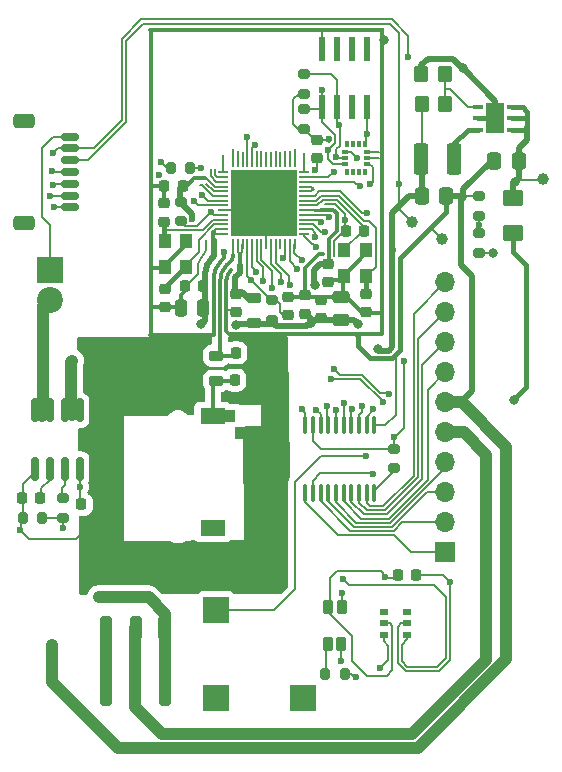
<source format=gbr>
%TF.GenerationSoftware,KiCad,Pcbnew,7.0.2*%
%TF.CreationDate,2023-05-17T08:24:27+02:00*%
%TF.ProjectId,Solar Cell offgrid Power,536f6c61-7220-4436-956c-6c206f666667,rev?*%
%TF.SameCoordinates,Original*%
%TF.FileFunction,Copper,L1,Top*%
%TF.FilePolarity,Positive*%
%FSLAX46Y46*%
G04 Gerber Fmt 4.6, Leading zero omitted, Abs format (unit mm)*
G04 Created by KiCad (PCBNEW 7.0.2) date 2023-05-17 08:24:27*
%MOMM*%
%LPD*%
G01*
G04 APERTURE LIST*
G04 Aperture macros list*
%AMRoundRect*
0 Rectangle with rounded corners*
0 $1 Rounding radius*
0 $2 $3 $4 $5 $6 $7 $8 $9 X,Y pos of 4 corners*
0 Add a 4 corners polygon primitive as box body*
4,1,4,$2,$3,$4,$5,$6,$7,$8,$9,$2,$3,0*
0 Add four circle primitives for the rounded corners*
1,1,$1+$1,$2,$3*
1,1,$1+$1,$4,$5*
1,1,$1+$1,$6,$7*
1,1,$1+$1,$8,$9*
0 Add four rect primitives between the rounded corners*
20,1,$1+$1,$2,$3,$4,$5,0*
20,1,$1+$1,$4,$5,$6,$7,0*
20,1,$1+$1,$6,$7,$8,$9,0*
20,1,$1+$1,$8,$9,$2,$3,0*%
G04 Aperture macros list end*
%TA.AperFunction,SMDPad,CuDef*%
%ADD10RoundRect,0.200000X-0.275000X0.200000X-0.275000X-0.200000X0.275000X-0.200000X0.275000X0.200000X0*%
%TD*%
%TA.AperFunction,SMDPad,CuDef*%
%ADD11C,1.000000*%
%TD*%
%TA.AperFunction,SMDPad,CuDef*%
%ADD12RoundRect,0.124800X0.275200X-0.475200X0.275200X0.475200X-0.275200X0.475200X-0.275200X-0.475200X0*%
%TD*%
%TA.AperFunction,SMDPad,CuDef*%
%ADD13RoundRect,0.250000X0.350000X0.450000X-0.350000X0.450000X-0.350000X-0.450000X0.350000X-0.450000X0*%
%TD*%
%TA.AperFunction,SMDPad,CuDef*%
%ADD14RoundRect,0.225000X0.225000X0.250000X-0.225000X0.250000X-0.225000X-0.250000X0.225000X-0.250000X0*%
%TD*%
%TA.AperFunction,SMDPad,CuDef*%
%ADD15RoundRect,0.250000X-0.250000X-0.475000X0.250000X-0.475000X0.250000X0.475000X-0.250000X0.475000X0*%
%TD*%
%TA.AperFunction,SMDPad,CuDef*%
%ADD16RoundRect,0.225000X-0.250000X0.225000X-0.250000X-0.225000X0.250000X-0.225000X0.250000X0.225000X0*%
%TD*%
%TA.AperFunction,SMDPad,CuDef*%
%ADD17RoundRect,0.150000X-0.625000X0.150000X-0.625000X-0.150000X0.625000X-0.150000X0.625000X0.150000X0*%
%TD*%
%TA.AperFunction,SMDPad,CuDef*%
%ADD18RoundRect,0.250000X-0.650000X0.350000X-0.650000X-0.350000X0.650000X-0.350000X0.650000X0.350000X0*%
%TD*%
%TA.AperFunction,SMDPad,CuDef*%
%ADD19RoundRect,0.218750X0.381250X-0.218750X0.381250X0.218750X-0.381250X0.218750X-0.381250X-0.218750X0*%
%TD*%
%TA.AperFunction,SMDPad,CuDef*%
%ADD20RoundRect,0.200000X0.275000X-0.200000X0.275000X0.200000X-0.275000X0.200000X-0.275000X-0.200000X0*%
%TD*%
%TA.AperFunction,SMDPad,CuDef*%
%ADD21R,1.000000X1.300000*%
%TD*%
%TA.AperFunction,SMDPad,CuDef*%
%ADD22RoundRect,0.225000X0.250000X-0.225000X0.250000X0.225000X-0.250000X0.225000X-0.250000X-0.225000X0*%
%TD*%
%TA.AperFunction,SMDPad,CuDef*%
%ADD23RoundRect,0.050000X0.050000X-0.387500X0.050000X0.387500X-0.050000X0.387500X-0.050000X-0.387500X0*%
%TD*%
%TA.AperFunction,SMDPad,CuDef*%
%ADD24RoundRect,0.050000X0.387500X-0.050000X0.387500X0.050000X-0.387500X0.050000X-0.387500X-0.050000X0*%
%TD*%
%TA.AperFunction,SMDPad,CuDef*%
%ADD25R,5.600000X5.600000*%
%TD*%
%TA.AperFunction,SMDPad,CuDef*%
%ADD26RoundRect,0.250000X0.475000X-0.250000X0.475000X0.250000X-0.475000X0.250000X-0.475000X-0.250000X0*%
%TD*%
%TA.AperFunction,SMDPad,CuDef*%
%ADD27RoundRect,0.225000X-0.225000X-0.250000X0.225000X-0.250000X0.225000X0.250000X-0.225000X0.250000X0*%
%TD*%
%TA.AperFunction,SMDPad,CuDef*%
%ADD28RoundRect,0.150000X-0.150000X0.825000X-0.150000X-0.825000X0.150000X-0.825000X0.150000X0.825000X0*%
%TD*%
%TA.AperFunction,SMDPad,CuDef*%
%ADD29RoundRect,0.200000X0.200000X0.275000X-0.200000X0.275000X-0.200000X-0.275000X0.200000X-0.275000X0*%
%TD*%
%TA.AperFunction,SMDPad,CuDef*%
%ADD30RoundRect,0.250000X-0.375000X-1.075000X0.375000X-1.075000X0.375000X1.075000X-0.375000X1.075000X0*%
%TD*%
%TA.AperFunction,SMDPad,CuDef*%
%ADD31RoundRect,0.250001X0.624999X-0.462499X0.624999X0.462499X-0.624999X0.462499X-0.624999X-0.462499X0*%
%TD*%
%TA.AperFunction,ComponentPad*%
%ADD32R,1.700000X1.700000*%
%TD*%
%TA.AperFunction,ComponentPad*%
%ADD33O,1.700000X1.700000*%
%TD*%
%TA.AperFunction,SMDPad,CuDef*%
%ADD34R,0.350000X0.580000*%
%TD*%
%TA.AperFunction,SMDPad,CuDef*%
%ADD35R,0.580000X0.350000*%
%TD*%
%TA.AperFunction,SMDPad,CuDef*%
%ADD36RoundRect,0.200000X-0.200000X-0.275000X0.200000X-0.275000X0.200000X0.275000X-0.200000X0.275000X0*%
%TD*%
%TA.AperFunction,ComponentPad*%
%ADD37R,2.200000X2.200000*%
%TD*%
%TA.AperFunction,ComponentPad*%
%ADD38C,2.200000*%
%TD*%
%TA.AperFunction,SMDPad,CuDef*%
%ADD39R,2.100000X1.400000*%
%TD*%
%TA.AperFunction,SMDPad,CuDef*%
%ADD40RoundRect,0.250000X0.337500X0.475000X-0.337500X0.475000X-0.337500X-0.475000X0.337500X-0.475000X0*%
%TD*%
%TA.AperFunction,SMDPad,CuDef*%
%ADD41R,2.195000X2.195000*%
%TD*%
%TA.AperFunction,SMDPad,CuDef*%
%ADD42RoundRect,0.100000X2.750000X0.100000X-2.750000X0.100000X-2.750000X-0.100000X2.750000X-0.100000X0*%
%TD*%
%TA.AperFunction,SMDPad,CuDef*%
%ADD43RoundRect,0.100000X6.400000X0.100000X-6.400000X0.100000X-6.400000X-0.100000X6.400000X-0.100000X0*%
%TD*%
%TA.AperFunction,SMDPad,CuDef*%
%ADD44RoundRect,0.102500X0.102500X-12.887500X0.102500X12.887500X-0.102500X12.887500X-0.102500X-12.887500X0*%
%TD*%
%TA.AperFunction,SMDPad,CuDef*%
%ADD45RoundRect,0.097500X0.097500X-12.887500X0.097500X12.887500X-0.097500X12.887500X-0.097500X-12.887500X0*%
%TD*%
%TA.AperFunction,SMDPad,CuDef*%
%ADD46RoundRect,0.102500X9.867500X0.102500X-9.867500X0.102500X-9.867500X-0.102500X9.867500X-0.102500X0*%
%TD*%
%TA.AperFunction,SMDPad,CuDef*%
%ADD47R,2.250000X1.100000*%
%TD*%
%TA.AperFunction,SMDPad,CuDef*%
%ADD48R,1.100000X1.050000*%
%TD*%
%TA.AperFunction,SMDPad,CuDef*%
%ADD49RoundRect,0.041300X-0.253700X0.948700X-0.253700X-0.948700X0.253700X-0.948700X0.253700X0.948700X0*%
%TD*%
%TA.AperFunction,SMDPad,CuDef*%
%ADD50R,0.840000X0.420000*%
%TD*%
%TA.AperFunction,SMDPad,CuDef*%
%ADD51R,1.600000X2.500000*%
%TD*%
%TA.AperFunction,SMDPad,CuDef*%
%ADD52RoundRect,0.250000X-0.250000X-0.750000X0.250000X-0.750000X0.250000X0.750000X-0.250000X0.750000X0*%
%TD*%
%TA.AperFunction,SMDPad,CuDef*%
%ADD53RoundRect,0.250000X-0.350000X-0.450000X0.350000X-0.450000X0.350000X0.450000X-0.350000X0.450000X0*%
%TD*%
%TA.AperFunction,SMDPad,CuDef*%
%ADD54RoundRect,0.250000X-0.337500X-0.475000X0.337500X-0.475000X0.337500X0.475000X-0.337500X0.475000X0*%
%TD*%
%TA.AperFunction,SMDPad,CuDef*%
%ADD55RoundRect,0.100000X0.100000X-0.637500X0.100000X0.637500X-0.100000X0.637500X-0.100000X-0.637500X0*%
%TD*%
%TA.AperFunction,SMDPad,CuDef*%
%ADD56RoundRect,0.037100X-0.317900X-0.227900X0.317900X-0.227900X0.317900X0.227900X-0.317900X0.227900X0*%
%TD*%
%TA.AperFunction,ViaPad*%
%ADD57C,0.600000*%
%TD*%
%TA.AperFunction,ViaPad*%
%ADD58C,0.800000*%
%TD*%
%TA.AperFunction,Conductor*%
%ADD59C,0.510000*%
%TD*%
%TA.AperFunction,Conductor*%
%ADD60C,0.150000*%
%TD*%
%TA.AperFunction,Conductor*%
%ADD61C,0.200000*%
%TD*%
%TA.AperFunction,Conductor*%
%ADD62C,0.300000*%
%TD*%
%TA.AperFunction,Conductor*%
%ADD63C,0.250000*%
%TD*%
%TA.AperFunction,Conductor*%
%ADD64C,0.500000*%
%TD*%
%TA.AperFunction,Conductor*%
%ADD65C,0.400000*%
%TD*%
%TA.AperFunction,Conductor*%
%ADD66C,1.000000*%
%TD*%
%TA.AperFunction,Conductor*%
%ADD67C,0.320000*%
%TD*%
G04 APERTURE END LIST*
D10*
%TO.P,ER3,1*%
%TO.N,3V3*%
X124050000Y-81495000D03*
%TO.P,ER3,2*%
%TO.N,ESP_GPIO0_BOOT-DTR*%
X124050000Y-83145000D03*
%TD*%
%TO.P,TXR1,1*%
%TO.N,3V3*%
X142070000Y-102395000D03*
%TO.P,TXR1,2*%
%TO.N,Net-(U3-OE)*%
X142070000Y-104045000D03*
%TD*%
D11*
%TO.P,TP1,1,1*%
%TO.N,3V3*%
X143610000Y-83210000D03*
%TD*%
D12*
%TO.P,LED1,1,GA*%
%TO.N,LED_G_IO04*%
X137610000Y-118940000D03*
%TO.P,LED1,2,BA*%
%TO.N,LED_B_IO05*%
X137620000Y-115760000D03*
%TO.P,LED1,3,RA*%
%TO.N,Net-(LED1-RA)*%
X136470000Y-118940000D03*
%TO.P,LED1,4,K*%
%TO.N,3V3*%
X136500000Y-115750000D03*
%TD*%
D13*
%TO.P,AR1,1*%
%TO.N,Net-(AU1-FB)*%
X146340000Y-70680000D03*
%TO.P,AR1,2*%
%TO.N,GND*%
X144340000Y-70680000D03*
%TD*%
D14*
%TO.P,EC12,1*%
%TO.N,Net-(ESP32S1-GPIO15{slash}ADC2_CH4{slash}XTAL_32K_P)*%
X139555000Y-83990000D03*
%TO.P,EC12,2*%
%TO.N,GND*%
X138005000Y-83990000D03*
%TD*%
D15*
%TO.P,EC2,1*%
%TO.N,GND*%
X124000000Y-90430000D03*
%TO.P,EC2,2*%
%TO.N,3V3*%
X125900000Y-90430000D03*
%TD*%
D16*
%TO.P,EC10,1*%
%TO.N,Net-(EC10-Pad1)*%
X128700000Y-89285000D03*
%TO.P,EC10,2*%
%TO.N,GND*%
X128700000Y-90835000D03*
%TD*%
%TO.P,EC14,1*%
%TO.N,Net-(ESP32S1-XTAL_P)*%
X122650000Y-88855000D03*
%TO.P,EC14,2*%
%TO.N,GND*%
X122650000Y-90405000D03*
%TD*%
D17*
%TO.P,J2,1,Pin_1*%
%TO.N,GND*%
X114610000Y-75960000D03*
%TO.P,J2,2,Pin_2*%
%TO.N,VIN*%
X114610000Y-76960000D03*
%TO.P,J2,3,Pin_3*%
%TO.N,3V3*%
X114610000Y-77960000D03*
%TO.P,J2,4,Pin_4*%
%TO.N,TXD0*%
X114610000Y-78960000D03*
%TO.P,J2,5,Pin_5*%
%TO.N,RXD0*%
X114610000Y-79960000D03*
%TO.P,J2,6,Pin_6*%
%TO.N,ESP_GPIO0_BOOT-DTR*%
X114610000Y-80960000D03*
%TO.P,J2,7,Pin_7*%
%TO.N,CHIP_EN*%
X114610000Y-81960000D03*
D18*
%TO.P,J2,MP*%
%TO.N,N/C*%
X110735000Y-74660000D03*
X110735000Y-83260000D03*
%TD*%
D19*
%TO.P,L1,1,1*%
%TO.N,3V3*%
X130190000Y-91752500D03*
%TO.P,L1,2,2*%
%TO.N,Net-(EC10-Pad1)*%
X130190000Y-89627500D03*
%TD*%
D11*
%TO.P,TP3,1,1*%
%TO.N,VIN*%
X154680000Y-79510000D03*
%TD*%
D20*
%TO.P,ER5,1*%
%TO.N,3V3*%
X134400000Y-75275000D03*
%TO.P,ER5,2*%
%TO.N,GPIO8_I2C_SDA*%
X134400000Y-73625000D03*
%TD*%
D21*
%TO.P,ECY1,1,1*%
%TO.N,Net-(ESP32S1-GPIO15{slash}ADC2_CH4{slash}XTAL_32K_P)*%
X137860000Y-85580000D03*
%TO.P,ECY1,2,2*%
%TO.N,GND*%
X137860000Y-87780000D03*
%TO.P,ECY1,3,3*%
%TO.N,Net-(ESP32S1-GPIO16{slash}ADC2_CH5{slash}XTAL_32K_N)*%
X139660000Y-87780000D03*
%TO.P,ECY1,4,4*%
%TO.N,GND*%
X139660000Y-85580000D03*
%TD*%
D16*
%TO.P,EC8,1*%
%TO.N,3V3*%
X136460000Y-86725000D03*
%TO.P,EC8,2*%
%TO.N,GND*%
X136460000Y-88275000D03*
%TD*%
D22*
%TO.P,EC17,1*%
%TO.N,Net-(ESP32S1-XTAL_N)*%
X122600000Y-83150000D03*
%TO.P,EC17,2*%
%TO.N,GND*%
X122600000Y-81600000D03*
%TD*%
D23*
%TO.P,ESP32S1,1,LNA_IN/RF*%
%TO.N,Net-(ESP32S1-LNA_IN{slash}RF)*%
X128440000Y-85027500D03*
%TO.P,ESP32S1,2,VDD3P3*%
%TO.N,Net-(EC10-Pad1)*%
X128840000Y-85027500D03*
%TO.P,ESP32S1,3,VDD3P3*%
X129240000Y-85027500D03*
%TO.P,ESP32S1,4,CHIP_PU/RESET*%
%TO.N,CHIP_EN*%
X129640000Y-85027500D03*
%TO.P,ESP32S1,5,GPIO0/BOOT*%
%TO.N,ESP_GPIO0_BOOT-DTR*%
X130040000Y-85027500D03*
%TO.P,ESP32S1,6,GPIO1/ADC1_CH0*%
%TO.N,ACS_HALL_IO01*%
X130440000Y-85027500D03*
%TO.P,ESP32S1,7,GPIO2/ADC1_CH1*%
%TO.N,LED_R_IO02*%
X130840000Y-85027500D03*
%TO.P,ESP32S1,8,GPIO3/ADC1_CH2*%
%TO.N,GND*%
X131240000Y-85027500D03*
%TO.P,ESP32S1,9,GPIO4/ADC1_CH3*%
%TO.N,LED_G_IO04*%
X131640000Y-85027500D03*
%TO.P,ESP32S1,10,GPIO5/ADC1_CH4*%
%TO.N,LED_B_IO05*%
X132040000Y-85027500D03*
%TO.P,ESP32S1,11,GPIO6/ADC1_CH5*%
%TO.N,unconnected-(ESP32S1-GPIO6{slash}ADC1_CH5-Pad11)*%
X132440000Y-85027500D03*
%TO.P,ESP32S1,12,GPIO7/ADC1_CH6*%
%TO.N,BAT_LEVEL_CH1_IO7*%
X132840000Y-85027500D03*
%TO.P,ESP32S1,13,GPIO8/ADC1_CH7*%
%TO.N,BAT_LEVEL_CH2_IO8*%
X133240000Y-85027500D03*
%TO.P,ESP32S1,14,GPIO9/ADC1_CH8*%
%TO.N,BAT_LEVEL_CH3_IO9*%
X133640000Y-85027500D03*
D24*
%TO.P,ESP32S1,15,GPIO10/ADC1_CH9*%
%TO.N,BAT_LEVEL_CH4_IO10*%
X134477500Y-84190000D03*
%TO.P,ESP32S1,16,GPIO11/ADC2_CH0*%
%TO.N,BAT_LEVEL_CH5_IO11*%
X134477500Y-83790000D03*
%TO.P,ESP32S1,17,GPIO12/ADC2_CH1*%
%TO.N,BAT_LEVEL_CH6_IO12*%
X134477500Y-83390000D03*
%TO.P,ESP32S1,18,GPIO13/ADC2_CH2*%
%TO.N,BAT_LEVEL_CH7_IO13*%
X134477500Y-82990000D03*
%TO.P,ESP32S1,19,GPIO14/ADC2_CH3*%
%TO.N,BAT_LEVEL_CH8_IO14*%
X134477500Y-82590000D03*
%TO.P,ESP32S1,20,VDD3P3_RTC*%
%TO.N,3V3*%
X134477500Y-82190000D03*
%TO.P,ESP32S1,21,GPIO15/ADC2_CH4/XTAL_32K_P*%
%TO.N,Net-(ESP32S1-GPIO15{slash}ADC2_CH4{slash}XTAL_32K_P)*%
X134477500Y-81790000D03*
%TO.P,ESP32S1,22,GPIO16/ADC2_CH5/XTAL_32K_N*%
%TO.N,Net-(ESP32S1-GPIO16{slash}ADC2_CH5{slash}XTAL_32K_N)*%
X134477500Y-81390000D03*
%TO.P,ESP32S1,23,GPIO17/ADC2_CH6/DAC_2*%
%TO.N,BUZZER_IO17*%
X134477500Y-80990000D03*
%TO.P,ESP32S1,24,GPIO18/ADC2_CH7/DAC_1*%
%TO.N,DAC_CALIBRATION*%
X134477500Y-80590000D03*
%TO.P,ESP32S1,25,GPIO19/USB_D-/ADC2_CH8*%
X134477500Y-80190000D03*
%TO.P,ESP32S1,26,GPIO20/USB_D+/ADC2_CH9*%
%TO.N,BAT_SENSE_IO21*%
X134477500Y-79790000D03*
%TO.P,ESP32S1,27,GPIO21*%
%TO.N,IMU_CS_IO21*%
X134477500Y-79390000D03*
%TO.P,ESP32S1,28,SPI_CS1/GPIO26*%
%TO.N,SPICS1*%
X134477500Y-78990000D03*
D23*
%TO.P,ESP32S1,29,VDD_SPI*%
%TO.N,VDD_SPI*%
X133640000Y-78152500D03*
%TO.P,ESP32S1,30,SPIHD/GPIO27*%
%TO.N,SPIHD*%
X133240000Y-78152500D03*
%TO.P,ESP32S1,31,SPIWP/GPIO28*%
%TO.N,SPIWP*%
X132840000Y-78152500D03*
%TO.P,ESP32S1,32,SPICS0/GPIO29*%
%TO.N,SPICS0*%
X132440000Y-78152500D03*
%TO.P,ESP32S1,33,SPICLK/GPIO30*%
%TO.N,SPICLK*%
X132040000Y-78152500D03*
%TO.P,ESP32S1,34,SPIQ/GPIO31*%
%TO.N,SPIQ*%
X131640000Y-78152500D03*
%TO.P,ESP32S1,35,SPID/GPIO32*%
%TO.N,SPID*%
X131240000Y-78152500D03*
%TO.P,ESP32S1,36,SPICLK_N/GPIO48*%
%TO.N,unconnected-(ESP32S1-SPICLK_N{slash}GPIO48-Pad36)*%
X130840000Y-78152500D03*
%TO.P,ESP32S1,37,SPICLK_P/GPIO47*%
%TO.N,unconnected-(ESP32S1-SPICLK_P{slash}GPIO47-Pad37)*%
X130440000Y-78152500D03*
%TO.P,ESP32S1,38,GPIO33*%
%TO.N,GPIO9_I2C_SCL*%
X130040000Y-78152500D03*
%TO.P,ESP32S1,39,GPIO34*%
%TO.N,GPIO8_I2C_SDA*%
X129640000Y-78152500D03*
%TO.P,ESP32S1,40,GPIO35*%
%TO.N,unconnected-(ESP32S1-GPIO35-Pad40)*%
X129240000Y-78152500D03*
%TO.P,ESP32S1,41,GPIO36*%
%TO.N,unconnected-(ESP32S1-GPIO36-Pad41)*%
X128840000Y-78152500D03*
%TO.P,ESP32S1,42,GPIO37*%
%TO.N,unconnected-(ESP32S1-GPIO37-Pad42)*%
X128440000Y-78152500D03*
D24*
%TO.P,ESP32S1,43,GPIO38*%
%TO.N,unconnected-(ESP32S1-GPIO38-Pad43)*%
X127602500Y-78990000D03*
%TO.P,ESP32S1,44,MTCK/JTAG/GPIO39*%
%TO.N,unconnected-(ESP32S1-MTCK{slash}JTAG{slash}GPIO39-Pad44)*%
X127602500Y-79390000D03*
%TO.P,ESP32S1,45,MTDO/JTAG/GPIO40*%
%TO.N,unconnected-(ESP32S1-MTDO{slash}JTAG{slash}GPIO40-Pad45)*%
X127602500Y-79790000D03*
%TO.P,ESP32S1,46,VDD3P3_CPU*%
%TO.N,3V3*%
X127602500Y-80190000D03*
%TO.P,ESP32S1,47,MTDI/JTAG/GPIO41*%
%TO.N,unconnected-(ESP32S1-MTDI{slash}JTAG{slash}GPIO41-Pad47)*%
X127602500Y-80590000D03*
%TO.P,ESP32S1,48,MTMS/JTAG/GPIO42*%
%TO.N,unconnected-(ESP32S1-MTMS{slash}JTAG{slash}GPIO42-Pad48)*%
X127602500Y-80990000D03*
%TO.P,ESP32S1,49,U0TXD/PROG/GPIO43*%
%TO.N,Net-(ESP32S1-U0TXD{slash}PROG{slash}GPIO43)*%
X127602500Y-81390000D03*
%TO.P,ESP32S1,50,U0RXD/PROG/GPIO44*%
%TO.N,RXD0*%
X127602500Y-81790000D03*
%TO.P,ESP32S1,51,GPIO45*%
%TO.N,GND*%
X127602500Y-82190000D03*
%TO.P,ESP32S1,52,GPIO46*%
%TO.N,ESP_GPIO0_BOOT-DTR*%
X127602500Y-82590000D03*
%TO.P,ESP32S1,53,XTAL_N*%
%TO.N,Net-(ESP32S1-XTAL_N)*%
X127602500Y-82990000D03*
%TO.P,ESP32S1,54,XTAL_P*%
%TO.N,Net-(ESP32S1-XTAL_P)*%
X127602500Y-83390000D03*
%TO.P,ESP32S1,55,VDDA*%
%TO.N,3V3*%
X127602500Y-83790000D03*
%TO.P,ESP32S1,56,VDDA*%
X127602500Y-84190000D03*
D25*
%TO.P,ESP32S1,57,GND*%
%TO.N,GND*%
X131040000Y-81590000D03*
%TD*%
D22*
%TO.P,EC7,1*%
%TO.N,3V3*%
X134530000Y-90945000D03*
%TO.P,EC7,2*%
%TO.N,GND*%
X134530000Y-89395000D03*
%TD*%
D26*
%TO.P,EC3,1*%
%TO.N,3V3*%
X137600000Y-91470000D03*
%TO.P,EC3,2*%
%TO.N,GND*%
X137600000Y-89570000D03*
%TD*%
D27*
%TO.P,EC19,1*%
%TO.N,GND*%
X110565000Y-106550000D03*
%TO.P,EC19,2*%
%TO.N,Net-(ACS1-FILTER)*%
X112115000Y-106550000D03*
%TD*%
D28*
%TO.P,ACS1,1,IP+*%
%TO.N,PWR_HOME*%
X115445000Y-99145000D03*
%TO.P,ACS1,2,IP+*%
X114175000Y-99145000D03*
%TO.P,ACS1,3,IP-*%
%TO.N,LINE_OUT*%
X112905000Y-99145000D03*
%TO.P,ACS1,4,IP-*%
X111635000Y-99145000D03*
%TO.P,ACS1,5,GND*%
%TO.N,GND*%
X111635000Y-104095000D03*
%TO.P,ACS1,6,FILTER*%
%TO.N,Net-(ACS1-FILTER)*%
X112905000Y-104095000D03*
%TO.P,ACS1,7,VIOUT*%
%TO.N,Net-(ACS1-VIOUT)*%
X114175000Y-104095000D03*
%TO.P,ACS1,8,VCC*%
%TO.N,VIN*%
X115445000Y-104095000D03*
%TD*%
D20*
%TO.P,ER1,1*%
%TO.N,3V3*%
X131690000Y-91475000D03*
%TO.P,ER1,2*%
%TO.N,CHIP_EN*%
X131690000Y-89825000D03*
%TD*%
D27*
%TO.P,EC6,1*%
%TO.N,Net-(J5-SIG)*%
X128595000Y-96570000D03*
%TO.P,EC6,2*%
%TO.N,GND*%
X130145000Y-96570000D03*
%TD*%
%TO.P,EC9,1*%
%TO.N,Net-(ESP32S1-LNA_IN{slash}RF)*%
X128685000Y-94280000D03*
%TO.P,EC9,2*%
%TO.N,GND*%
X130235000Y-94280000D03*
%TD*%
D11*
%TO.P,TP2,1,1*%
%TO.N,GND*%
X146120000Y-84620000D03*
%TD*%
D21*
%TO.P,ECY2,1,1*%
%TO.N,Net-(ESP32S1-XTAL_P)*%
X124450000Y-87020000D03*
%TO.P,ECY2,2,2*%
%TO.N,GND*%
X124450000Y-84820000D03*
%TO.P,ECY2,3,3*%
%TO.N,Net-(ESP32S1-XTAL_N)*%
X122650000Y-84820000D03*
%TO.P,ECY2,4,4*%
%TO.N,GND*%
X122650000Y-87020000D03*
%TD*%
D29*
%TO.P,LR1,1*%
%TO.N,LED_R_IO02*%
X137905000Y-121480000D03*
%TO.P,LR1,2*%
%TO.N,Net-(LED1-RA)*%
X136255000Y-121480000D03*
%TD*%
D30*
%TO.P,AL1,1,1*%
%TO.N,3V3*%
X144350000Y-77880000D03*
%TO.P,AL1,2,2*%
%TO.N,Net-(AU1-SW)*%
X147150000Y-77880000D03*
%TD*%
D31*
%TO.P,F1,1*%
%TO.N,PWR_HOME*%
X152120000Y-84105000D03*
%TO.P,F1,2*%
%TO.N,VIN*%
X152120000Y-81130000D03*
%TD*%
D16*
%TO.P,EC13,1*%
%TO.N,Net-(ESP32S1-GPIO16{slash}ADC2_CH5{slash}XTAL_32K_N)*%
X139710000Y-89275000D03*
%TO.P,EC13,2*%
%TO.N,GND*%
X139710000Y-90825000D03*
%TD*%
D32*
%TO.P,J1,1,Pin_1*%
%TO.N,BAT_LEVEL_CH1*%
X146400000Y-111150000D03*
D33*
%TO.P,J1,2,Pin_2*%
%TO.N,BAT_LEVEL_CH2*%
X146400000Y-108610000D03*
%TO.P,J1,3,Pin_3*%
%TO.N,BAT_LEVEL_CH3*%
X146400000Y-106070000D03*
%TO.P,J1,4,Pin_4*%
%TO.N,BAT_LEVEL_CH4*%
X146400000Y-103530000D03*
%TO.P,J1,5,Pin_5*%
%TO.N,PWR*%
X146400000Y-100990000D03*
%TO.P,J1,6,Pin_6*%
%TO.N,GND*%
X146400000Y-98450000D03*
%TO.P,J1,7,Pin_7*%
%TO.N,BAT_LEVEL_CH5*%
X146400000Y-95910000D03*
%TO.P,J1,8,Pin_8*%
%TO.N,BAT_LEVEL_CH6*%
X146400000Y-93370000D03*
%TO.P,J1,9,Pin_9*%
%TO.N,BAT_LEVEL_CH7*%
X146400000Y-90830000D03*
%TO.P,J1,10,Pin_10*%
%TO.N,BAT_LEVEL_CH8*%
X146400000Y-88290000D03*
%TD*%
D34*
%TO.P,IMU1,1,SDO/SA0*%
%TO.N,unconnected-(IMU1-SDO{slash}SA0-Pad1)*%
X138105000Y-78940000D03*
%TO.P,IMU1,2,SDX*%
%TO.N,unconnected-(IMU1-SDX-Pad2)*%
X138605000Y-78940000D03*
%TO.P,IMU1,3,SCX*%
%TO.N,unconnected-(IMU1-SCX-Pad3)*%
X139105000Y-78940000D03*
%TO.P,IMU1,4,INT1*%
%TO.N,unconnected-(IMU1-INT1-Pad4)*%
X139605000Y-78940000D03*
D35*
%TO.P,IMU1,5,VDDIO*%
%TO.N,3V3*%
X139780000Y-78265000D03*
%TO.P,IMU1,6,GND*%
%TO.N,GND*%
X139780000Y-77765000D03*
%TO.P,IMU1,7,GND*%
X139780000Y-77265000D03*
D34*
%TO.P,IMU1,8,VDD*%
%TO.N,3V3*%
X139605000Y-76590000D03*
%TO.P,IMU1,9,INT2*%
%TO.N,unconnected-(IMU1-INT2-Pad9)*%
X139105000Y-76590000D03*
%TO.P,IMU1,10,NC*%
%TO.N,unconnected-(IMU1-NC-Pad10)*%
X138605000Y-76590000D03*
%TO.P,IMU1,11,NC*%
%TO.N,unconnected-(IMU1-NC-Pad11)*%
X138105000Y-76590000D03*
D35*
%TO.P,IMU1,12,CS*%
%TO.N,IMU_CS_IO21*%
X137930000Y-77265000D03*
%TO.P,IMU1,13,SCL*%
%TO.N,GPIO9_I2C_SCL*%
X137930000Y-77765000D03*
%TO.P,IMU1,14,SDA*%
%TO.N,GPIO8_I2C_SDA*%
X137930000Y-78265000D03*
%TD*%
D14*
%TO.P,SHC1,1*%
%TO.N,GND*%
X143925000Y-113080000D03*
%TO.P,SHC1,2*%
%TO.N,3V3*%
X142375000Y-113080000D03*
%TD*%
D36*
%TO.P,ER7,1*%
%TO.N,GND*%
X110625000Y-108220000D03*
%TO.P,ER7,2*%
%TO.N,ACS_HALL_IO01*%
X112275000Y-108220000D03*
%TD*%
D14*
%TO.P,EC18,1*%
%TO.N,GND*%
X117145000Y-107090000D03*
%TO.P,EC18,2*%
%TO.N,VIN*%
X115595000Y-107090000D03*
%TD*%
%TO.P,EC11,1*%
%TO.N,3V3*%
X124170000Y-80140000D03*
%TO.P,EC11,2*%
%TO.N,GND*%
X122620000Y-80140000D03*
%TD*%
D20*
%TO.P,MR1,1*%
%TO.N,VIN*%
X149230000Y-85785000D03*
%TO.P,MR1,2*%
%TO.N,BAT_SENSE_IO21*%
X149230000Y-84135000D03*
%TD*%
D37*
%TO.P,J3,1,Pin_1*%
%TO.N,GND*%
X112930000Y-87230000D03*
D38*
%TO.P,J3,2,Pin_2*%
%TO.N,LINE_OUT*%
X112930000Y-89770000D03*
%TD*%
D39*
%TO.P,ANT1,1,1*%
%TO.N,Net-(J5-SIG)*%
X126710000Y-99610000D03*
%TO.P,ANT1,2,2*%
%TO.N,unconnected-(ANT1-Pad2)*%
X126710000Y-109110000D03*
%TD*%
D10*
%TO.P,ER6,1*%
%TO.N,Net-(ACS1-VIOUT)*%
X114000000Y-106585000D03*
%TO.P,ER6,2*%
%TO.N,ACS_HALL_IO01*%
X114000000Y-108235000D03*
%TD*%
D22*
%TO.P,IMUC1,1*%
%TO.N,GND*%
X135500000Y-77795000D03*
%TO.P,IMUC1,2*%
%TO.N,3V3*%
X135500000Y-76245000D03*
%TD*%
D20*
%TO.P,MR2,1*%
%TO.N,BAT_SENSE_IO21*%
X149240000Y-82645000D03*
%TO.P,MR2,2*%
%TO.N,GND*%
X149240000Y-80995000D03*
%TD*%
D40*
%TO.P,AC2,1*%
%TO.N,VIN*%
X152637500Y-78000000D03*
%TO.P,AC2,2*%
%TO.N,GND*%
X150562500Y-78000000D03*
%TD*%
D41*
%TO.P,BZ1,1,-*%
%TO.N,BUZZER_IO17*%
X126980000Y-116050000D03*
%TO.P,BZ1,2,+*%
%TO.N,GND*%
X126980000Y-123450000D03*
%TO.P,BZ1,3*%
%TO.N,N/C*%
X134380000Y-123450000D03*
%TD*%
D20*
%TO.P,ER4,1*%
%TO.N,3V3*%
X134400000Y-72325000D03*
%TO.P,ER4,2*%
%TO.N,GPIO9_I2C_SCL*%
X134400000Y-70675000D03*
%TD*%
D36*
%TO.P,ER2,1*%
%TO.N,TXD0*%
X123155000Y-78600000D03*
%TO.P,ER2,2*%
%TO.N,Net-(ESP32S1-U0TXD{slash}PROG{slash}GPIO43)*%
X124805000Y-78600000D03*
%TD*%
D42*
%TO.P,J6,1,Shield*%
%TO.N,GND*%
X124140000Y-92725000D03*
D43*
X134730000Y-92705000D03*
D44*
X121495000Y-79755000D03*
D45*
X141025000Y-79750000D03*
D46*
X131250000Y-66950000D03*
%TD*%
D47*
%TO.P,J5,1,GND*%
%TO.N,GND*%
X129680000Y-98125000D03*
%TO.P,J5,2,GND*%
X129680000Y-101075000D03*
D48*
%TO.P,J5,3,SIG*%
%TO.N,Net-(J5-SIG)*%
X128130000Y-99600000D03*
%TD*%
D49*
%TO.P,U1,1*%
%TO.N,N/C*%
X139790000Y-68550000D03*
%TO.P,U1,2*%
X138520000Y-68550000D03*
%TO.P,U1,3*%
X137250000Y-68550000D03*
%TO.P,U1,4,GND*%
%TO.N,GND*%
X135980000Y-68550000D03*
%TO.P,U1,5,SDA*%
%TO.N,GPIO8_I2C_SDA*%
X135980000Y-73490000D03*
%TO.P,U1,6,SCL*%
%TO.N,GPIO9_I2C_SCL*%
X137250000Y-73490000D03*
%TO.P,U1,7*%
%TO.N,N/C*%
X138520000Y-73490000D03*
%TO.P,U1,8,VCC*%
%TO.N,3V3*%
X139790000Y-73490000D03*
%TD*%
D22*
%TO.P,EC5,1*%
%TO.N,3V3*%
X135890000Y-91305000D03*
%TO.P,EC5,2*%
%TO.N,GND*%
X135890000Y-89755000D03*
%TD*%
D50*
%TO.P,AU1,1,FB*%
%TO.N,Net-(AU1-FB)*%
X149212500Y-73460000D03*
%TO.P,AU1,2,GND*%
%TO.N,GND*%
X149212500Y-74410000D03*
%TO.P,AU1,3,SW*%
%TO.N,Net-(AU1-SW)*%
X149212500Y-75360000D03*
%TO.P,AU1,4,VIN_SW*%
%TO.N,VIN*%
X152082500Y-75360000D03*
%TO.P,AU1,5,VIN_A*%
X152082500Y-74410000D03*
%TO.P,AU1,6,EN*%
X152082500Y-73460000D03*
D51*
%TO.P,AU1,7,GND*%
%TO.N,GND*%
X150647500Y-74410000D03*
%TD*%
D52*
%TO.P,J4,1,Pin_1*%
%TO.N,Net-(J4-Pin_1)*%
X117670000Y-123180000D03*
%TO.P,J4,2,Pin_2*%
%TO.N,PWR*%
X120160000Y-123170000D03*
%TO.P,J4,3,Pin_3*%
%TO.N,PWR_HOME*%
X122680000Y-123180000D03*
%TO.P,J4,4,Pin_4*%
X122600000Y-117550000D03*
%TO.P,J4,5,Pin_5*%
%TO.N,PWR*%
X120180000Y-117530000D03*
%TO.P,J4,6,Pin_6*%
%TO.N,Net-(J4-Pin_1)*%
X117670000Y-117540000D03*
%TD*%
D16*
%TO.P,EC1,1*%
%TO.N,GND*%
X133100000Y-89515000D03*
%TO.P,EC1,2*%
%TO.N,CHIP_EN*%
X133100000Y-91065000D03*
%TD*%
D53*
%TO.P,AR2,1*%
%TO.N,3V3*%
X144400000Y-73170000D03*
%TO.P,AR2,2*%
%TO.N,Net-(AU1-FB)*%
X146400000Y-73170000D03*
%TD*%
D54*
%TO.P,AC1,1*%
%TO.N,3V3*%
X144392500Y-81030000D03*
%TO.P,AC1,2*%
%TO.N,GND*%
X146467500Y-81030000D03*
%TD*%
D55*
%TO.P,U3,1,A1*%
%TO.N,BAT_LEVEL_CH1*%
X134540000Y-106140000D03*
%TO.P,U3,2,VCCA*%
%TO.N,VIN*%
X135190000Y-106140000D03*
%TO.P,U3,3,A2*%
%TO.N,BAT_LEVEL_CH2*%
X135840000Y-106140000D03*
%TO.P,U3,4,A3*%
%TO.N,BAT_LEVEL_CH3*%
X136490000Y-106140000D03*
%TO.P,U3,5,A4*%
%TO.N,BAT_LEVEL_CH4*%
X137140000Y-106140000D03*
%TO.P,U3,6,A5*%
%TO.N,BAT_LEVEL_CH5*%
X137790000Y-106140000D03*
%TO.P,U3,7,A6*%
%TO.N,BAT_LEVEL_CH6*%
X138440000Y-106140000D03*
%TO.P,U3,8,A7*%
%TO.N,BAT_LEVEL_CH7*%
X139090000Y-106140000D03*
%TO.P,U3,9,A8*%
%TO.N,BAT_LEVEL_CH8*%
X139740000Y-106140000D03*
%TO.P,U3,10,OE*%
%TO.N,Net-(U3-OE)*%
X140390000Y-106140000D03*
%TO.P,U3,11,GND*%
%TO.N,GND*%
X140390000Y-100415000D03*
%TO.P,U3,12,B8*%
%TO.N,BAT_LEVEL_CH8_IO14*%
X139740000Y-100415000D03*
%TO.P,U3,13,B7*%
%TO.N,BAT_LEVEL_CH7_IO13*%
X139090000Y-100415000D03*
%TO.P,U3,14,B6*%
%TO.N,BAT_LEVEL_CH6_IO12*%
X138440000Y-100415000D03*
%TO.P,U3,15,B5*%
%TO.N,BAT_LEVEL_CH5_IO11*%
X137790000Y-100415000D03*
%TO.P,U3,16,B4*%
%TO.N,BAT_LEVEL_CH4_IO10*%
X137140000Y-100415000D03*
%TO.P,U3,17,B3*%
%TO.N,BAT_LEVEL_CH3_IO9*%
X136490000Y-100415000D03*
%TO.P,U3,18,B2*%
%TO.N,BAT_LEVEL_CH2_IO8*%
X135840000Y-100415000D03*
%TO.P,U3,19,VCCB*%
%TO.N,3V3*%
X135190000Y-100415000D03*
%TO.P,U3,20,B1*%
%TO.N,BAT_LEVEL_CH1_IO7*%
X134540000Y-100415000D03*
%TD*%
D27*
%TO.P,EC4,1*%
%TO.N,GND*%
X124325000Y-88630000D03*
%TO.P,EC4,2*%
%TO.N,3V3*%
X125875000Y-88630000D03*
%TD*%
D56*
%TO.P,U2,1,NC*%
%TO.N,unconnected-(U2-NC-Pad1)*%
X141190000Y-116180000D03*
%TO.P,U2,2,VDD*%
%TO.N,3V3*%
X141190000Y-117180000D03*
%TO.P,U2,3,SCL*%
%TO.N,GPIO9_I2C_SCL*%
X141190000Y-118180000D03*
%TO.P,U2,4,SDA*%
%TO.N,GPIO8_I2C_SDA*%
X143160000Y-118180000D03*
%TO.P,U2,5,GND*%
%TO.N,GND*%
X143160000Y-117180000D03*
%TO.P,U2,6,NC*%
%TO.N,unconnected-(U2-NC-Pad6)*%
X143160000Y-116180000D03*
%TD*%
D19*
%TO.P,EL1,1,1*%
%TO.N,Net-(J5-SIG)*%
X127020000Y-96622500D03*
%TO.P,EL1,2,2*%
%TO.N,Net-(ESP32S1-LNA_IN{slash}RF)*%
X127020000Y-94497500D03*
%TD*%
D57*
%TO.N,3V3*%
X141310000Y-113240000D03*
D58*
X140680000Y-93930500D03*
D57*
X124990000Y-82918000D03*
D58*
X128640000Y-91900000D03*
X138980887Y-91795682D03*
D57*
X139760000Y-75752500D03*
X142080000Y-101400000D03*
D58*
X125750000Y-91830000D03*
D57*
X136528306Y-76176771D03*
D58*
X135010000Y-91700000D03*
D57*
X141970000Y-85570000D03*
X142460000Y-79950000D03*
X142884500Y-94940000D03*
D58*
X135330000Y-88490000D03*
D57*
X140020000Y-79932500D03*
%TO.N,VIN*%
X113170000Y-77330000D03*
X140240000Y-104510000D03*
D58*
X152330000Y-79810000D03*
D57*
X115440000Y-105600000D03*
D58*
X150420000Y-85800000D03*
D57*
X143240000Y-69230000D03*
%TO.N,GND*%
X139810000Y-85250000D03*
D58*
X147860000Y-70120000D03*
X127570000Y-122870000D03*
X129120000Y-83480000D03*
D57*
X135410000Y-78770000D03*
D58*
X141250000Y-67820000D03*
X133100000Y-79460000D03*
X113140000Y-119020000D03*
D57*
X146810000Y-113710000D03*
X110390000Y-109300000D03*
D58*
X113130000Y-120270000D03*
X150890000Y-73840000D03*
D57*
X127700000Y-85700000D03*
X137930000Y-82982500D03*
D58*
X151570000Y-113660000D03*
X113100000Y-121660000D03*
X147830000Y-81100000D03*
D57*
%TO.N,CHIP_EN*%
X113260000Y-81960000D03*
X129940000Y-88120000D03*
D58*
%TO.N,PWR_HOME*%
X114820000Y-95930000D03*
X114740000Y-97160000D03*
X119050000Y-114980000D03*
X114820000Y-94930000D03*
X152220000Y-98220000D03*
X120410000Y-114960000D03*
X117460000Y-114940000D03*
X122750000Y-121320000D03*
D57*
%TO.N,TXD0*%
X113140000Y-78910000D03*
X122350000Y-78110000D03*
%TO.N,Net-(ESP32S1-U0TXD{slash}PROG{slash}GPIO43)*%
X125780259Y-80869742D03*
X125680000Y-78620000D03*
%TO.N,ESP_GPIO0_BOOT-DTR*%
X126550000Y-82360000D03*
X112950000Y-80960000D03*
X130370000Y-87390000D03*
%TO.N,GPIO8_I2C_SDA*%
X141110000Y-98470000D03*
X136700000Y-96460000D03*
X129640000Y-76000000D03*
X135970000Y-72000000D03*
X137740000Y-113410000D03*
X136478983Y-77123517D03*
%TO.N,GPIO9_I2C_SCL*%
X141616233Y-97736233D03*
X136960000Y-95600000D03*
X140870000Y-120920000D03*
X137140000Y-77702500D03*
X137420000Y-75000000D03*
X130260000Y-76680000D03*
%TO.N,BAT_SENSE_IO21*%
X139170000Y-80172500D03*
X149230000Y-83410000D03*
%TO.N,RXD0*%
X113170000Y-80040000D03*
X122160000Y-79170000D03*
X125100000Y-81390000D03*
%TO.N,BAT_LEVEL_CH4_IO10*%
X135418276Y-85304457D03*
X137140000Y-99080000D03*
%TO.N,BAT_LEVEL_CH5_IO11*%
X137790000Y-98550000D03*
X135394500Y-84482277D03*
%TO.N,BAT_LEVEL_CH6_IO12*%
X138530000Y-99040000D03*
X136192474Y-84077537D03*
%TO.N,BAT_LEVEL_CH7_IO13*%
X135880513Y-83218758D03*
X139360000Y-98770000D03*
%TO.N,BAT_LEVEL_CH8_IO14*%
X136550500Y-82782500D03*
X140310000Y-98990000D03*
%TO.N,IMU_CS_IO21*%
X138890000Y-77782500D03*
X136960000Y-78920000D03*
%TO.N,BUZZER_IO17*%
X139750000Y-82412500D03*
X139704500Y-102990000D03*
%TO.N,ACS_HALL_IO01*%
X114000000Y-109130000D03*
X130950000Y-88180000D03*
%TO.N,LED_R_IO02*%
X131760000Y-88800000D03*
X138840000Y-121730000D03*
%TO.N,LED_G_IO04*%
X137610000Y-120320000D03*
X132490000Y-88240000D03*
%TO.N,LED_B_IO05*%
X137620000Y-114570000D03*
X133220241Y-88565500D03*
%TO.N,BAT_LEVEL_CH1_IO7*%
X134240000Y-99060000D03*
X132640000Y-86280000D03*
%TO.N,BAT_LEVEL_CH2_IO8*%
X135440000Y-99070000D03*
X133870500Y-87165153D03*
%TO.N,BAT_LEVEL_CH3_IO9*%
X134237460Y-86399926D03*
X136370000Y-98730000D03*
%TD*%
D59*
%TO.N,3V3*%
X135250000Y-88410000D02*
X135330000Y-88490000D01*
D60*
X134402500Y-75277500D02*
X133947500Y-75277500D01*
D61*
X119390000Y-67845686D02*
X120805686Y-66430000D01*
D60*
X126905433Y-80192500D02*
X126225433Y-79512500D01*
X144400000Y-77830000D02*
X144350000Y-77880000D01*
X142884500Y-94940000D02*
X142884500Y-100625500D01*
X142884500Y-100625500D02*
X142070000Y-101440000D01*
D62*
X126760000Y-84042500D02*
X126760000Y-84702500D01*
D60*
X136670000Y-113290000D02*
X136670000Y-116400000D01*
X139970000Y-78282500D02*
X140250000Y-78562500D01*
X140250000Y-79832500D02*
X140170000Y-79912500D01*
X143610000Y-83210000D02*
X142505000Y-82105000D01*
X139780000Y-121610000D02*
X141440000Y-121610000D01*
X139700000Y-76702500D02*
X139605000Y-76797500D01*
D61*
X119390000Y-74759999D02*
X119390000Y-67845686D01*
X142450000Y-67195686D02*
X142450000Y-81820000D01*
D59*
X131740000Y-91717500D02*
X131595000Y-91862500D01*
X136430000Y-86695000D02*
X136460000Y-86725000D01*
X125750000Y-91882500D02*
X125860000Y-91772500D01*
D60*
X133540000Y-72760000D02*
X133982500Y-72317500D01*
X136629035Y-76277500D02*
X135402500Y-76277500D01*
D63*
X126800000Y-84002500D02*
X126820000Y-84002500D01*
D60*
X139745000Y-74302500D02*
X139745000Y-73397500D01*
D59*
X123970000Y-80277500D02*
X124125000Y-80122500D01*
X124990000Y-82918000D02*
X124990000Y-82477500D01*
D64*
X141920000Y-93770000D02*
X141920000Y-82460000D01*
D60*
X138540000Y-120370000D02*
X139780000Y-121610000D01*
X133947500Y-75277500D02*
X133540000Y-74870000D01*
D62*
X124530000Y-80122500D02*
X125160000Y-79492500D01*
X136560000Y-86625000D02*
X136560000Y-84633604D01*
D61*
X116190000Y-77960000D02*
X119390000Y-74759999D01*
D60*
X139760000Y-75752500D02*
X139700000Y-75812500D01*
X141930000Y-121120000D02*
X141930000Y-117430000D01*
D62*
X125160000Y-79492500D02*
X126070000Y-79492500D01*
D60*
X142505000Y-82105000D02*
X142505000Y-81875000D01*
D59*
X135250000Y-87260000D02*
X135250000Y-88410000D01*
D62*
X136460000Y-86725000D02*
X136560000Y-86625000D01*
D60*
X141930000Y-117430000D02*
X141680000Y-117180000D01*
D59*
X131595000Y-91862500D02*
X128660000Y-91862500D01*
D60*
X144400000Y-73170000D02*
X144400000Y-77830000D01*
D64*
X140680000Y-93930500D02*
X140829500Y-94080000D01*
D63*
X135850000Y-82172500D02*
X135890000Y-82132500D01*
D60*
X138540000Y-118270000D02*
X138540000Y-120370000D01*
D62*
X124125000Y-80122500D02*
X124530000Y-80122500D01*
D63*
X135270000Y-82172500D02*
X135850000Y-82172500D01*
D60*
X140250000Y-78562500D02*
X140250000Y-79832500D01*
D59*
X138705205Y-91520000D02*
X137910000Y-91520000D01*
D61*
X126820000Y-84002500D02*
X127030000Y-83792500D01*
D59*
X126808000Y-84752500D02*
X126808000Y-86067581D01*
D61*
X127030000Y-83792500D02*
X127592500Y-83792500D01*
D60*
X133982500Y-72317500D02*
X134600000Y-72317500D01*
D59*
X125802500Y-91830000D02*
X125750000Y-91830000D01*
D61*
X134467500Y-82192500D02*
X135310000Y-82192500D01*
D60*
X141680000Y-117180000D02*
X141190000Y-117180000D01*
D64*
X140829500Y-94080000D02*
X141610000Y-94080000D01*
X144392500Y-81030000D02*
X143350000Y-81030000D01*
D60*
X135402500Y-76277500D02*
X134402500Y-75277500D01*
D64*
X141920000Y-82460000D02*
X142505000Y-81875000D01*
D60*
X139700000Y-75812500D02*
X139700000Y-76702500D01*
X126225433Y-79512500D02*
X126020000Y-79512500D01*
D64*
X143350000Y-81030000D02*
X142505000Y-81875000D01*
D59*
X126070000Y-91562500D02*
X125802500Y-91830000D01*
D60*
X142345000Y-113300000D02*
X141490000Y-113300000D01*
D59*
X135785000Y-86725000D02*
X135250000Y-87260000D01*
X131740000Y-91637500D02*
X132072500Y-91970000D01*
D61*
X142450000Y-81820000D02*
X142505000Y-81875000D01*
D60*
X142070000Y-101440000D02*
X142070000Y-102395000D01*
D61*
X114610000Y-77960000D02*
X116190000Y-77960000D01*
X120805686Y-66430000D02*
X141684314Y-66430000D01*
D59*
X125750000Y-91830000D02*
X125750000Y-91882500D01*
D60*
X137230000Y-112730000D02*
X136670000Y-113290000D01*
D59*
X135202500Y-91520000D02*
X134885000Y-91202500D01*
D64*
X144392500Y-77922500D02*
X144350000Y-77880000D01*
D61*
X127592500Y-84192500D02*
X127010000Y-84192500D01*
D59*
X132072500Y-91970000D02*
X134700000Y-91970000D01*
D61*
X141684314Y-66430000D02*
X142450000Y-67195686D01*
D59*
X136460000Y-86725000D02*
X135785000Y-86725000D01*
X123970000Y-81467500D02*
X123970000Y-80277500D01*
X134730000Y-91940000D02*
X134970000Y-91700000D01*
D60*
X136670000Y-116400000D02*
X138540000Y-118270000D01*
D64*
X144392500Y-81030000D02*
X144392500Y-77922500D01*
D62*
X136880000Y-82132500D02*
X135890000Y-82132500D01*
D59*
X138705205Y-91520000D02*
X135202500Y-91520000D01*
D60*
X133540000Y-74870000D02*
X133540000Y-72760000D01*
D64*
X141610000Y-94080000D02*
X141920000Y-93770000D01*
D62*
X136560000Y-84633604D02*
X137200000Y-83993604D01*
D59*
X126070000Y-87502500D02*
X126070000Y-91562500D01*
X134970000Y-91700000D02*
X135010000Y-91740000D01*
D60*
X127592500Y-80192500D02*
X126905433Y-80192500D01*
D59*
X138980887Y-91795682D02*
X138705205Y-91520000D01*
D60*
X135190000Y-101720000D02*
X135865000Y-102395000D01*
X141490000Y-113300000D02*
X140920000Y-112730000D01*
D62*
X137200000Y-83993604D02*
X137200000Y-82452500D01*
D59*
X134700000Y-91970000D02*
X134970000Y-91700000D01*
D60*
X139760000Y-73520000D02*
X139760000Y-75822500D01*
D61*
X127010000Y-84192500D02*
X126820000Y-84002500D01*
D60*
X135190000Y-100415000D02*
X135190000Y-101720000D01*
X139790000Y-73490000D02*
X139760000Y-73520000D01*
X140920000Y-112730000D02*
X137230000Y-112730000D01*
X141440000Y-121610000D02*
X141930000Y-121120000D01*
D62*
X136350000Y-86615000D02*
X136460000Y-86725000D01*
D60*
X136528306Y-76378229D02*
X136629035Y-76277500D01*
D59*
X135330000Y-88526934D02*
X135330000Y-88490000D01*
X135311960Y-88544974D02*
X135330000Y-88526934D01*
X124990000Y-82477500D02*
X123970000Y-81457500D01*
D62*
X137200000Y-82452500D02*
X136880000Y-82132500D01*
D60*
X135865000Y-102395000D02*
X142070000Y-102395000D01*
D59*
X126808000Y-86067581D02*
X126653815Y-86221766D01*
D60*
X139805000Y-78282500D02*
X139970000Y-78282500D01*
D62*
X126800000Y-84002500D02*
X126760000Y-84042500D01*
D59*
X126653832Y-86219262D02*
G75*
G03*
X126070000Y-87502500I1429568J-1424838D01*
G01*
D61*
%TO.N,VIN*%
X114610000Y-76960000D02*
X116624314Y-76960000D01*
X115445000Y-104095000D02*
X115445000Y-106940000D01*
D64*
X152330000Y-79810000D02*
X152330000Y-79770000D01*
X152637500Y-79462500D02*
X152637500Y-78000000D01*
D61*
X135820000Y-104470000D02*
X135190000Y-105100000D01*
X140210000Y-104470000D02*
X135820000Y-104470000D01*
D64*
X152637500Y-76912500D02*
X153332500Y-76217500D01*
D65*
X153120000Y-75360000D02*
X152082500Y-75360000D01*
D64*
X152290000Y-79810000D02*
X152330000Y-79810000D01*
D60*
X152330000Y-79810000D02*
X152530000Y-79610000D01*
D65*
X152940000Y-73460000D02*
X153332500Y-73852500D01*
D61*
X141850000Y-66030000D02*
X143240000Y-67420000D01*
D64*
X152120000Y-81130000D02*
X152120000Y-79980000D01*
D60*
X150380000Y-85800000D02*
X150410000Y-85770000D01*
D61*
X115445000Y-106940000D02*
X115595000Y-107090000D01*
X113590000Y-76960000D02*
X113200000Y-77350000D01*
X118990000Y-67680000D02*
X120640000Y-66030000D01*
D64*
X153332500Y-76217500D02*
X153332500Y-75147500D01*
D61*
X143240000Y-67420000D02*
X143240000Y-69230000D01*
D64*
X152120000Y-79980000D02*
X152290000Y-79810000D01*
D65*
X152082500Y-73460000D02*
X152940000Y-73460000D01*
D61*
X116624314Y-76960000D02*
X118990000Y-74594314D01*
D65*
X153332500Y-75147500D02*
X153120000Y-75360000D01*
D61*
X114610000Y-76960000D02*
X113590000Y-76960000D01*
D64*
X152637500Y-78000000D02*
X152637500Y-76912500D01*
D61*
X118990000Y-74594314D02*
X118990000Y-67680000D01*
D65*
X153332500Y-73852500D02*
X153332500Y-75147500D01*
D60*
X149245000Y-85800000D02*
X150380000Y-85800000D01*
X152530000Y-79610000D02*
X154580000Y-79610000D01*
X154580000Y-79610000D02*
X154680000Y-79510000D01*
D64*
X152330000Y-79770000D02*
X152637500Y-79462500D01*
D61*
X120640000Y-66030000D02*
X141850000Y-66030000D01*
X135190000Y-105100000D02*
X135190000Y-106140000D01*
D65*
X152082500Y-74410000D02*
X153232500Y-74410000D01*
D60*
X149230000Y-85785000D02*
X149245000Y-85800000D01*
D66*
%TO.N,PWR*%
X120170000Y-124260000D02*
X120170000Y-117540000D01*
X149850000Y-102890000D02*
X149850000Y-120260000D01*
X147950000Y-100990000D02*
X149850000Y-102890000D01*
X122410000Y-126500000D02*
X120170000Y-124260000D01*
X120170000Y-117540000D02*
X120180000Y-117530000D01*
X146400000Y-100990000D02*
X147950000Y-100990000D01*
X149850000Y-120260000D02*
X143610000Y-126500000D01*
X143610000Y-126500000D02*
X122410000Y-126500000D01*
D60*
%TO.N,GND*%
X143045026Y-121210000D02*
X145854975Y-121210000D01*
D61*
X111635000Y-104335000D02*
X110625000Y-105345000D01*
D60*
X145280000Y-83780000D02*
X145020000Y-83780000D01*
X139895000Y-77782500D02*
X140825000Y-77782500D01*
D64*
X147750000Y-86850000D02*
X148680000Y-87780000D01*
D67*
X130135000Y-96600000D02*
X130135000Y-95480000D01*
D62*
X136430000Y-88077500D02*
X137515000Y-88077500D01*
D60*
X131230000Y-85030000D02*
X131230000Y-81792500D01*
D62*
X124405000Y-88722500D02*
X124405000Y-89007500D01*
D60*
X142660000Y-117180000D02*
X142360000Y-117480000D01*
D61*
X126170000Y-84709607D02*
X126170000Y-85315393D01*
D62*
X134950000Y-86642500D02*
X134950000Y-86639327D01*
X124340000Y-84802500D02*
X124340000Y-85202500D01*
D60*
X146200000Y-113050000D02*
X146810000Y-113660000D01*
D66*
X147720000Y-98450000D02*
X147810000Y-98450000D01*
D64*
X147900000Y-81030000D02*
X147830000Y-81100000D01*
D60*
X142191233Y-97498060D02*
X142190000Y-97496827D01*
X146810000Y-113660000D02*
X146810000Y-113710000D01*
D62*
X122575000Y-80122500D02*
X122575000Y-81542500D01*
D64*
X147750000Y-81180000D02*
X147750000Y-86850000D01*
D61*
X125491992Y-87610508D02*
X124405000Y-88697500D01*
D60*
X146120000Y-84620000D02*
X145280000Y-83780000D01*
D67*
X127990000Y-95480000D02*
X127960000Y-95450000D01*
D63*
X131005000Y-98125000D02*
X131460000Y-98580000D01*
D62*
X137750000Y-89112500D02*
X138140000Y-89502500D01*
X138140000Y-89502500D02*
X136280000Y-89502500D01*
X134520000Y-87072500D02*
X134950000Y-86642500D01*
D61*
X110390000Y-109300000D02*
X110400000Y-109300000D01*
D62*
X139560000Y-91030000D02*
X137940000Y-89410000D01*
D66*
X151580000Y-102220000D02*
X151580000Y-120227056D01*
D63*
X131460000Y-98580000D02*
X131460000Y-100500000D01*
X131460000Y-100500000D02*
X130885000Y-101075000D01*
D62*
X124000000Y-90372500D02*
X122735000Y-90372500D01*
D61*
X110625000Y-105345000D02*
X110625000Y-108220000D01*
X134660000Y-89507500D02*
X134570000Y-89417500D01*
D64*
X148680000Y-97490000D02*
X147720000Y-98450000D01*
D60*
X142190000Y-97496827D02*
X142190000Y-94419238D01*
D67*
X127851971Y-90594471D02*
X127851971Y-92431971D01*
D66*
X113140000Y-121700000D02*
X113100000Y-121660000D01*
X113140000Y-120280000D02*
X113130000Y-120270000D01*
D63*
X129680000Y-98125000D02*
X131005000Y-98125000D01*
D66*
X151580000Y-120227056D02*
X144107056Y-127700000D01*
D64*
X150647500Y-72977500D02*
X147860000Y-70190000D01*
D61*
X111635000Y-104095000D02*
X111635000Y-104335000D01*
D64*
X147790000Y-70120000D02*
X147030000Y-69360000D01*
D62*
X122735000Y-90372500D02*
X122620000Y-90257500D01*
X134950000Y-89512500D02*
X133102500Y-89512500D01*
D67*
X127365786Y-86580808D02*
X127700000Y-86246594D01*
D61*
X112250000Y-76940000D02*
X112250000Y-82730000D01*
D60*
X142191233Y-99538767D02*
X142191233Y-97498060D01*
D62*
X122507500Y-87060000D02*
X121532500Y-87060000D01*
X124405000Y-89007500D02*
X124000000Y-89412500D01*
D60*
X140390000Y-100415000D02*
X141315000Y-100415000D01*
D66*
X113140000Y-120260000D02*
X113140000Y-119020000D01*
D61*
X113230000Y-75960000D02*
X112250000Y-76940000D01*
X137066396Y-81682500D02*
X137930000Y-82546104D01*
D67*
X127700000Y-86246594D02*
X127700000Y-85700000D01*
D61*
X114610000Y-75960000D02*
X113230000Y-75960000D01*
D62*
X134950000Y-89512500D02*
X134665000Y-89512500D01*
D61*
X137930000Y-83900000D02*
X137010000Y-84820000D01*
D65*
X138980000Y-93690000D02*
X138980000Y-92840000D01*
D60*
X145854975Y-121210000D02*
X146800000Y-120264974D01*
D62*
X134660000Y-89507500D02*
X134212500Y-89507500D01*
D64*
X150647500Y-74410000D02*
X150647500Y-74082500D01*
D67*
X127851971Y-88362500D02*
X127851971Y-90594471D01*
D63*
X130145000Y-96570000D02*
X130145000Y-97660000D01*
D67*
X130135000Y-95480000D02*
X127990000Y-95480000D01*
D64*
X150647500Y-74082500D02*
X150890000Y-73840000D01*
X144340000Y-69940000D02*
X144340000Y-70680000D01*
X147860000Y-70120000D02*
X147790000Y-70120000D01*
D62*
X122507500Y-80120000D02*
X121532500Y-80120000D01*
D60*
X139895000Y-77292500D02*
X140825000Y-77292500D01*
D61*
X110625000Y-108220000D02*
X110460000Y-108385000D01*
D66*
X118690000Y-127700000D02*
X113140000Y-122150000D01*
X113140000Y-121620000D02*
X113140000Y-120280000D01*
D60*
X144145000Y-113050000D02*
X146200000Y-113050000D01*
X135990000Y-68645000D02*
X135990000Y-67090000D01*
D64*
X144920000Y-69360000D02*
X144340000Y-69940000D01*
D63*
X130145000Y-97660000D02*
X129680000Y-98125000D01*
D67*
X128125000Y-92705000D02*
X134730000Y-92705000D01*
D62*
X135699327Y-85890000D02*
X136060000Y-85890000D01*
X122467500Y-90420000D02*
X121492500Y-90420000D01*
D61*
X125491992Y-86725526D02*
X125491992Y-87610508D01*
D62*
X139550000Y-85622500D02*
X139550000Y-86022500D01*
D60*
X135500000Y-78710000D02*
X135390000Y-78820000D01*
D61*
X136190000Y-81682500D02*
X137066396Y-81682500D01*
D60*
X135500000Y-77795000D02*
X135500000Y-78710000D01*
D62*
X134665000Y-89512500D02*
X134660000Y-89507500D01*
X136270000Y-89512500D02*
X134950000Y-89512500D01*
D65*
X141879238Y-94730000D02*
X140020000Y-94730000D01*
D61*
X110460000Y-109230000D02*
X110390000Y-109300000D01*
D66*
X113140000Y-122150000D02*
X113140000Y-121700000D01*
D62*
X124000000Y-89412500D02*
X124000000Y-90372500D01*
D65*
X138980000Y-92840000D02*
X138845000Y-92705000D01*
D64*
X150562500Y-78000000D02*
X150350000Y-78000000D01*
D61*
X137010000Y-84820000D02*
X137010000Y-86030000D01*
X112930000Y-83410000D02*
X112930000Y-87230000D01*
D67*
X126781971Y-87861542D02*
X126781971Y-92632500D01*
D62*
X139550000Y-86022500D02*
X137750000Y-87822500D01*
D65*
X146467500Y-81030000D02*
X146467500Y-82332500D01*
X149212500Y-74410000D02*
X150647500Y-74410000D01*
D63*
X130885000Y-101075000D02*
X129680000Y-101075000D01*
D62*
X133102500Y-89512500D02*
X133100000Y-89515000D01*
D66*
X113130000Y-120270000D02*
X113140000Y-120260000D01*
D61*
X127935000Y-90677500D02*
X127851971Y-90594471D01*
D67*
X127868176Y-88130907D02*
X127851971Y-88361542D01*
D65*
X146467500Y-82332500D02*
X145020000Y-83780000D01*
D64*
X147030000Y-69360000D02*
X144920000Y-69360000D01*
D65*
X142570000Y-86230000D02*
X142570000Y-94039238D01*
D66*
X113100000Y-121660000D02*
X113140000Y-121620000D01*
D60*
X130430000Y-82192500D02*
X131030000Y-81592500D01*
D62*
X137515000Y-88077500D02*
X137910000Y-87682500D01*
D60*
X131230000Y-81792500D02*
X131030000Y-81592500D01*
X149240000Y-80995000D02*
X147935000Y-80995000D01*
D62*
X134950000Y-86639327D02*
X135699327Y-85890000D01*
X136280000Y-89502500D02*
X136270000Y-89512500D01*
D60*
X141315000Y-100415000D02*
X142191233Y-99538767D01*
D61*
X125877107Y-86022500D02*
X125782893Y-86116714D01*
D64*
X150647500Y-73597500D02*
X150647500Y-72977500D01*
X147900000Y-81030000D02*
X147750000Y-81180000D01*
D61*
X117145000Y-108075000D02*
X117145000Y-107090000D01*
D66*
X144107056Y-127700000D02*
X118690000Y-127700000D01*
D62*
X124340000Y-85202500D02*
X122540000Y-87002500D01*
D64*
X148680000Y-87780000D02*
X148680000Y-97490000D01*
D67*
X130135000Y-95480000D02*
X130135000Y-94580000D01*
D64*
X147930000Y-80420000D02*
X147930000Y-81030000D01*
X147760000Y-81030000D02*
X146467500Y-81030000D01*
D60*
X142360000Y-120524975D02*
X143045026Y-121210000D01*
D61*
X110400000Y-109300000D02*
X111170000Y-110070000D01*
D64*
X150350000Y-78000000D02*
X147930000Y-80420000D01*
D60*
X146800000Y-120264974D02*
X146800000Y-113690000D01*
D65*
X140020000Y-94730000D02*
X138980000Y-93690000D01*
D64*
X150735000Y-77827500D02*
X150562500Y-78000000D01*
D62*
X122575000Y-81542500D02*
X122570000Y-81547500D01*
D60*
X142360000Y-117480000D02*
X142360000Y-120524975D01*
X143160000Y-117180000D02*
X142660000Y-117180000D01*
X147935000Y-80995000D02*
X147830000Y-81100000D01*
D61*
X110460000Y-108385000D02*
X110460000Y-109230000D01*
D62*
X134520000Y-89367500D02*
X134520000Y-87072500D01*
D64*
X147930000Y-81030000D02*
X147900000Y-81030000D01*
D63*
X134660000Y-89507500D02*
X134660000Y-89182500D01*
D64*
X147860000Y-70190000D02*
X147860000Y-70120000D01*
D67*
X127851971Y-92431971D02*
X128125000Y-92705000D01*
D65*
X145020000Y-83780000D02*
X142570000Y-86230000D01*
D66*
X146400000Y-98450000D02*
X147720000Y-98450000D01*
D61*
X112250000Y-82730000D02*
X112930000Y-83410000D01*
X111170000Y-110070000D02*
X115150000Y-110070000D01*
D62*
X134660000Y-89507500D02*
X134520000Y-89367500D01*
D66*
X147810000Y-98450000D02*
X151580000Y-102220000D01*
D64*
X150890000Y-73840000D02*
X150647500Y-73597500D01*
D61*
X137930000Y-82546104D02*
X137930000Y-83900000D01*
D64*
X147830000Y-81100000D02*
X147760000Y-81030000D01*
D65*
X142570000Y-94039238D02*
X141879238Y-94730000D01*
D61*
X128750000Y-90677500D02*
X127935000Y-90677500D01*
X115150000Y-110070000D02*
X117145000Y-108075000D01*
D67*
X130135000Y-94580000D02*
X130225000Y-94490000D01*
D62*
X139957500Y-90860000D02*
X140882500Y-90860000D01*
X137750000Y-87822500D02*
X137750000Y-89112500D01*
D60*
X127592500Y-82192500D02*
X130430000Y-82192500D01*
D61*
X125877110Y-86022503D02*
G75*
G03*
X126170000Y-85315393I-707110J707103D01*
G01*
X125782881Y-86116702D02*
G75*
G03*
X125491993Y-86725526I727719J-721598D01*
G01*
D67*
X127365774Y-86578275D02*
G75*
G03*
X126781972Y-87861542I1429426J-1424725D01*
G01*
X128272494Y-87242133D02*
G75*
G03*
X127868177Y-88130907I990106J-986767D01*
G01*
D65*
%TO.N,Net-(AU1-SW)*%
X149212500Y-75360000D02*
X148290000Y-75360000D01*
X148290000Y-75360000D02*
X147150000Y-76500000D01*
X147150000Y-76500000D02*
X147150000Y-77880000D01*
D60*
%TO.N,Net-(AU1-FB)*%
X146340000Y-73110000D02*
X146400000Y-73170000D01*
X146810000Y-71960000D02*
X146340000Y-71960000D01*
X146340000Y-71960000D02*
X146340000Y-73110000D01*
X146340000Y-70680000D02*
X146340000Y-71960000D01*
X149212500Y-73460000D02*
X148310000Y-73460000D01*
X148310000Y-73460000D02*
X146810000Y-71960000D01*
%TO.N,CHIP_EN*%
X114610000Y-81960000D02*
X113260000Y-81960000D01*
X132410000Y-90140000D02*
X132410000Y-90790000D01*
X132410000Y-90790000D02*
X132685000Y-91065000D01*
X131690000Y-89825000D02*
X132095000Y-89825000D01*
X129630000Y-87765000D02*
X129630000Y-85030000D01*
X131465000Y-89600000D02*
X129630000Y-87765000D01*
X132095000Y-89825000D02*
X132410000Y-90140000D01*
X132685000Y-91065000D02*
X133100000Y-91065000D01*
D67*
%TO.N,Net-(J5-SIG)*%
X127020000Y-96622500D02*
X128562500Y-96622500D01*
X126710000Y-99610000D02*
X126710000Y-96932500D01*
X128562500Y-96622500D02*
X128585000Y-96600000D01*
X126710000Y-96932500D02*
X127020000Y-96622500D01*
%TO.N,Net-(ESP32S1-LNA_IN{slash}RF)*%
X128430000Y-85972500D02*
X128430000Y-86085393D01*
X127020000Y-94497500D02*
X128667500Y-94497500D01*
X127320000Y-94197500D02*
X127020000Y-94497500D01*
X127320000Y-88226713D02*
X127320000Y-94197500D01*
X128329141Y-86391666D02*
X127905786Y-86815021D01*
D61*
X128430000Y-85030000D02*
X128430000Y-85972500D01*
D67*
X128667500Y-94497500D02*
X128675000Y-94490000D01*
X127905779Y-86812493D02*
G75*
G03*
X127320000Y-88226713I1414221J-1414207D01*
G01*
X128329138Y-86391664D02*
G75*
G03*
X128430000Y-86085393I-430038J311364D01*
G01*
D59*
%TO.N,Net-(EC10-Pad1)*%
X129215000Y-89127500D02*
X129810000Y-89722500D01*
X128980000Y-87468687D02*
X128980000Y-86792500D01*
D62*
X129020000Y-85922500D02*
X129020000Y-86752500D01*
D61*
X129020000Y-85922500D02*
X129230000Y-85712500D01*
D62*
X129020000Y-86752500D02*
X128980000Y-86792500D01*
D61*
X128830000Y-85030000D02*
X128830000Y-85732500D01*
X129230000Y-85712500D02*
X129230000Y-85030000D01*
D59*
X128570000Y-87878687D02*
X128980000Y-87468687D01*
X128570000Y-88947500D02*
X128570000Y-87878687D01*
X128750000Y-89127500D02*
X129215000Y-89127500D01*
X128750000Y-89127500D02*
X128570000Y-88947500D01*
D61*
X128830000Y-85732500D02*
X129020000Y-85922500D01*
D59*
X129810000Y-89722500D02*
X130387500Y-89722500D01*
D65*
%TO.N,PWR_HOME*%
X152120000Y-84105000D02*
X152120000Y-85750000D01*
D66*
X114800000Y-99515000D02*
X114740000Y-97160000D01*
D65*
X153240000Y-97190000D02*
X152220000Y-98210000D01*
X152220000Y-98210000D02*
X152220000Y-98220000D01*
D66*
X117480000Y-114960000D02*
X117460000Y-114940000D01*
X120410000Y-114960000D02*
X119070000Y-114960000D01*
D65*
X152120000Y-85750000D02*
X153240000Y-86870000D01*
D66*
X119030000Y-114960000D02*
X117480000Y-114960000D01*
X121280000Y-114960000D02*
X120410000Y-114960000D01*
X119070000Y-114960000D02*
X119050000Y-114980000D01*
X114740000Y-97160000D02*
X114740000Y-95010000D01*
X114740000Y-95010000D02*
X114820000Y-94930000D01*
X117440000Y-114960000D02*
X117060000Y-114960000D01*
D65*
X152210000Y-98220000D02*
X152280000Y-98150000D01*
X152220000Y-98220000D02*
X152210000Y-98220000D01*
D66*
X122680000Y-123180000D02*
X122680000Y-116360000D01*
X119050000Y-114980000D02*
X119030000Y-114960000D01*
X122680000Y-116360000D02*
X121280000Y-114960000D01*
X117460000Y-114940000D02*
X117440000Y-114960000D01*
D65*
X153240000Y-86870000D02*
X153240000Y-97190000D01*
D60*
%TO.N,Net-(ESP32S1-GPIO15{slash}ADC2_CH4{slash}XTAL_32K_P)*%
X134467500Y-81792500D02*
X134487500Y-81772500D01*
X135560000Y-81772500D02*
X136025000Y-81307500D01*
X136025000Y-81307500D02*
X137221726Y-81307500D01*
D61*
X137940000Y-85430000D02*
X139330000Y-84040000D01*
D60*
X134487500Y-81772500D02*
X135560000Y-81772500D01*
X137221726Y-81307500D02*
X139575000Y-83660774D01*
D66*
%TO.N,Net-(J4-Pin_1)*%
X117670000Y-123180000D02*
X117670000Y-117540000D01*
D60*
%TO.N,Net-(ESP32S1-GPIO16{slash}ADC2_CH5{slash}XTAL_32K_N)*%
X139940000Y-83080000D02*
X140530000Y-83670000D01*
D65*
X139710000Y-89275000D02*
X139710000Y-87682500D01*
D60*
X139489200Y-83080000D02*
X139940000Y-83080000D01*
X137366700Y-80957500D02*
X139489200Y-83080000D01*
X140530000Y-86970000D02*
X139720000Y-87780000D01*
X135445026Y-81392500D02*
X135880026Y-80957500D01*
X139720000Y-87780000D02*
X139660000Y-87780000D01*
X140530000Y-83670000D02*
X140530000Y-86970000D01*
X134467500Y-81392500D02*
X135445026Y-81392500D01*
X135880026Y-80957500D02*
X137366700Y-80957500D01*
%TO.N,Net-(ESP32S1-XTAL_P)*%
X126800000Y-83392500D02*
X125520000Y-84672500D01*
X127592500Y-83392500D02*
X126800000Y-83392500D01*
X125520000Y-84672500D02*
X125520000Y-85740000D01*
D65*
X122697500Y-88692500D02*
X124262500Y-87127500D01*
D60*
X124637500Y-86622500D02*
X124340000Y-86622500D01*
X125520000Y-85740000D02*
X124637500Y-86622500D01*
%TO.N,VDD_SPI*%
X133640000Y-78152500D02*
X133640000Y-77010000D01*
%TO.N,Net-(ESP32S1-XTAL_N)*%
X125855026Y-83842500D02*
X125090000Y-83842500D01*
D65*
X122570000Y-83227500D02*
X122570000Y-84772500D01*
D60*
X122580000Y-83842500D02*
X125225026Y-83842500D01*
X126705026Y-82992500D02*
X125855026Y-83842500D01*
X127592500Y-82992500D02*
X126705026Y-82992500D01*
%TO.N,TXD0*%
X123095000Y-78612500D02*
X123082500Y-78600000D01*
X122840000Y-78600000D02*
X122350000Y-78110000D01*
X123082500Y-78600000D02*
X122840000Y-78600000D01*
X113190000Y-78960000D02*
X113140000Y-78910000D01*
X114610000Y-78960000D02*
X113190000Y-78960000D01*
%TO.N,Net-(ESP32S1-U0TXD{slash}PROG{slash}GPIO43)*%
X126303017Y-81392500D02*
X127095381Y-81392500D01*
X124745000Y-78612500D02*
X125460000Y-78612500D01*
X125460000Y-78612500D02*
X125490000Y-78642500D01*
X127592500Y-81392500D02*
X127095381Y-81392500D01*
X127100000Y-81392500D02*
X127095381Y-81392500D01*
X125780259Y-80869742D02*
X126303017Y-81392500D01*
%TO.N,ESP_GPIO0_BOOT-DTR*%
X130030000Y-87002500D02*
X130030000Y-85030000D01*
X126473166Y-82436834D02*
X125417500Y-83492500D01*
X127592500Y-82592500D02*
X126782500Y-82592500D01*
X124235000Y-83382500D02*
X124235000Y-83107500D01*
X124345000Y-83492500D02*
X124235000Y-83382500D01*
X125417500Y-83492500D02*
X124345000Y-83492500D01*
X130350000Y-87322500D02*
X130030000Y-87002500D01*
X126559128Y-82436834D02*
X126473166Y-82436834D01*
X126782500Y-82592500D02*
X126550000Y-82360000D01*
X114610000Y-80960000D02*
X112950000Y-80960000D01*
%TO.N,DAC_CALIBRATION*%
X135047500Y-80592500D02*
X135250000Y-80390000D01*
X134520000Y-80592500D02*
X135047500Y-80592500D01*
X135250000Y-80390000D02*
X135052500Y-80192500D01*
X135052500Y-80192500D02*
X134520000Y-80192500D01*
%TO.N,GPIO8_I2C_SDA*%
X136478983Y-77123517D02*
X137103306Y-76499194D01*
X137740000Y-113410000D02*
X138270000Y-113940000D01*
X142710000Y-120380000D02*
X142710000Y-118980000D01*
X143190000Y-120860000D02*
X142710000Y-120380000D01*
X135935000Y-73867500D02*
X135695000Y-73627500D01*
X129640000Y-78152500D02*
X129640000Y-76200000D01*
X135980000Y-73490000D02*
X135980000Y-71900000D01*
X142710000Y-118980000D02*
X143160000Y-118530000D01*
X137103306Y-76499194D02*
X137103306Y-75855806D01*
X137103306Y-75855806D02*
X135935000Y-74687500D01*
X135935000Y-74687500D02*
X135935000Y-73867500D01*
X141110000Y-98370000D02*
X141110000Y-98470000D01*
X135695000Y-73627500D02*
X134610000Y-73627500D01*
X146450000Y-114910000D02*
X146450000Y-120120000D01*
X139200000Y-96460000D02*
X141110000Y-98370000D01*
X136478983Y-77854656D02*
X136906827Y-78282500D01*
X143160000Y-118530000D02*
X143160000Y-118180000D01*
X135980000Y-71900000D02*
X135940000Y-71860000D01*
X136478983Y-77123517D02*
X136478983Y-77854656D01*
X136906827Y-78282500D02*
X137955000Y-78282500D01*
X138270000Y-113940000D02*
X145480000Y-113940000D01*
X145710000Y-120860000D02*
X143190000Y-120860000D01*
X129640000Y-76200000D02*
X129770000Y-76070000D01*
X146450000Y-120120000D02*
X145710000Y-120860000D01*
X145480000Y-113940000D02*
X146450000Y-114910000D01*
X136700000Y-96460000D02*
X139200000Y-96460000D01*
%TO.N,GPIO9_I2C_SCL*%
X137250000Y-74830000D02*
X137250000Y-73490000D01*
X141190000Y-118690000D02*
X141580000Y-119080000D01*
X139344974Y-96110000D02*
X140884974Y-97650000D01*
X130040000Y-78152500D02*
X130040000Y-76870000D01*
X136757500Y-70667500D02*
X134600000Y-70667500D01*
X130040000Y-76870000D02*
X130170000Y-76740000D01*
X137053983Y-77788517D02*
X137180000Y-77662500D01*
X140884974Y-97650000D02*
X141810000Y-97650000D01*
X136960000Y-95600000D02*
X137470000Y-96110000D01*
X137460000Y-75040000D02*
X137250000Y-74830000D01*
X141580000Y-119080000D02*
X141580000Y-120310000D01*
X137470000Y-96110000D02*
X139344974Y-96110000D01*
X137053983Y-77804017D02*
X137053983Y-77788517D01*
X141580000Y-120310000D02*
X140820000Y-121070000D01*
X137180000Y-77000000D02*
X137460000Y-76720000D01*
X137176233Y-77782500D02*
X137883767Y-77782500D01*
X137460000Y-76720000D02*
X137460000Y-75040000D01*
X137250000Y-71160000D02*
X136757500Y-70667500D01*
X137250000Y-73490000D02*
X137250000Y-71160000D01*
X141190000Y-118180000D02*
X141190000Y-118690000D01*
X137180000Y-77662500D02*
X137180000Y-77000000D01*
%TO.N,BAT_SENSE_IO21*%
X138690000Y-79792500D02*
X139230000Y-80332500D01*
X134467500Y-79792500D02*
X138690000Y-79792500D01*
X149230000Y-82655000D02*
X149240000Y-82645000D01*
X149230000Y-84135000D02*
X149230000Y-82655000D01*
%TO.N,SPICS1*%
X134467500Y-78992500D02*
X134467500Y-77340000D01*
%TO.N,SPIHD*%
X133240000Y-78152500D02*
X133240000Y-77170000D01*
%TO.N,SPIWP*%
X132840000Y-78152500D02*
X132840000Y-77220000D01*
%TO.N,SPICS0*%
X132440000Y-78152500D02*
X132440000Y-77290000D01*
%TO.N,SPICLK*%
X132040000Y-78152500D02*
X132040000Y-77200000D01*
%TO.N,SPIQ*%
X131640000Y-78152500D02*
X131640000Y-77270000D01*
%TO.N,SPID*%
X131240000Y-78152500D02*
X131240000Y-77270000D01*
%TO.N,unconnected-(ESP32S1-SPICLK_N{slash}GPIO48-Pad36)*%
X130840000Y-78152500D02*
X130840000Y-77210000D01*
%TO.N,unconnected-(ESP32S1-SPICLK_P{slash}GPIO47-Pad37)*%
X130440000Y-78152500D02*
X130440000Y-77160000D01*
%TO.N,unconnected-(ESP32S1-MTCK{slash}JTAG{slash}GPIO39-Pad44)*%
X126880000Y-79177119D02*
X126880000Y-78702500D01*
X127592500Y-79392500D02*
X127095381Y-79392500D01*
X127095381Y-79392500D02*
X126880000Y-79177119D01*
%TO.N,unconnected-(ESP32S1-MTDO{slash}JTAG{slash}GPIO40-Pad45)*%
X127000407Y-79792500D02*
X126530000Y-79322093D01*
X126530000Y-79322093D02*
X126530000Y-78672500D01*
X127592500Y-79792500D02*
X127000407Y-79792500D01*
%TO.N,unconnected-(ESP32S1-MTDI{slash}JTAG{slash}GPIO41-Pad47)*%
X127592500Y-80592500D02*
X126810459Y-80592500D01*
X126810459Y-80592500D02*
X126155229Y-79937271D01*
%TO.N,unconnected-(ESP32S1-MTMS{slash}JTAG{slash}GPIO42-Pad48)*%
X126715483Y-80992500D02*
X125792983Y-80070000D01*
X125792983Y-80070000D02*
X125612500Y-80070000D01*
X127592500Y-80992500D02*
X126715483Y-80992500D01*
%TO.N,RXD0*%
X125495000Y-81785000D02*
X126972500Y-81785000D01*
X113250000Y-79960000D02*
X113170000Y-80040000D01*
X127592500Y-81792500D02*
X127000407Y-81792500D01*
X126972500Y-81785000D02*
X126980000Y-81792500D01*
X114610000Y-79960000D02*
X113250000Y-79960000D01*
X125100000Y-81390000D02*
X125495000Y-81785000D01*
%TO.N,Net-(LED1-RA)*%
X136470000Y-118940000D02*
X136300000Y-119110000D01*
X136300000Y-121435000D02*
X136255000Y-121480000D01*
X136300000Y-119110000D02*
X136300000Y-121435000D01*
%TO.N,BAT_LEVEL_CH1*%
X143470000Y-111150000D02*
X142020000Y-109700000D01*
X137335026Y-109700000D02*
X134540000Y-106904974D01*
X142020000Y-109700000D02*
X137335026Y-109700000D01*
X134540000Y-106904974D02*
X134540000Y-106140000D01*
X146400000Y-111150000D02*
X143470000Y-111150000D01*
%TO.N,BAT_LEVEL_CH2*%
X146400000Y-108610000D02*
X142769948Y-108610000D01*
X142769948Y-108610000D02*
X142029948Y-109350000D01*
X142029948Y-109350000D02*
X138340000Y-109350000D01*
X135840000Y-106850000D02*
X135840000Y-106140000D01*
X138340000Y-109350000D02*
X135840000Y-106850000D01*
%TO.N,BAT_LEVEL_CH3*%
X146400000Y-106070000D02*
X144814974Y-106070000D01*
X144814974Y-106070000D02*
X141884974Y-109000000D01*
X141884974Y-109000000D02*
X138670000Y-109000000D01*
X138670000Y-109000000D02*
X136490000Y-106820000D01*
X136490000Y-106820000D02*
X136490000Y-106140000D01*
%TO.N,BAT_LEVEL_CH4*%
X146400000Y-103530000D02*
X146400000Y-103990000D01*
X141740000Y-108650000D02*
X138860000Y-108650000D01*
X146400000Y-103990000D02*
X141740000Y-108650000D01*
X138860000Y-108650000D02*
X137140000Y-106930000D01*
X137140000Y-106930000D02*
X137140000Y-106140000D01*
%TO.N,BAT_LEVEL_CH5*%
X146400000Y-95910000D02*
X144900000Y-97410000D01*
X141595026Y-108300000D02*
X139250000Y-108300000D01*
X137790000Y-106840000D02*
X137790000Y-106140000D01*
X144900000Y-97410000D02*
X144900000Y-104995026D01*
X144900000Y-104995026D02*
X141595026Y-108300000D01*
X139250000Y-108300000D02*
X137790000Y-106840000D01*
%TO.N,BAT_LEVEL_CH6*%
X144450000Y-104950052D02*
X141450052Y-107950000D01*
X146400000Y-93370000D02*
X144450000Y-95320000D01*
X141450052Y-107950000D02*
X139480000Y-107950000D01*
X138440000Y-106910000D02*
X138440000Y-106140000D01*
X144450000Y-95320000D02*
X144450000Y-104950052D01*
X139480000Y-107950000D02*
X138440000Y-106910000D01*
%TO.N,BAT_LEVEL_CH7*%
X141305078Y-107600000D02*
X139750000Y-107600000D01*
X144100000Y-104805078D02*
X141305078Y-107600000D01*
X146400000Y-90830000D02*
X144100000Y-93130000D01*
X139750000Y-107600000D02*
X139090000Y-106940000D01*
X144100000Y-93130000D02*
X144100000Y-104805078D01*
X139090000Y-106940000D02*
X139090000Y-106140000D01*
%TO.N,BAT_LEVEL_CH8*%
X140030000Y-107250000D02*
X139740000Y-106960000D01*
X146400000Y-88290000D02*
X143750000Y-90940000D01*
X139740000Y-106960000D02*
X139740000Y-106140000D01*
X141160000Y-107250000D02*
X140030000Y-107250000D01*
X143750000Y-90940000D02*
X143750000Y-104660000D01*
X143750000Y-104660000D02*
X141160000Y-107250000D01*
%TO.N,Net-(U3-OE)*%
X140390000Y-105950000D02*
X140390000Y-106140000D01*
X142070000Y-104270000D02*
X140390000Y-105950000D01*
X142070000Y-104045000D02*
X142070000Y-104270000D01*
%TO.N,unconnected-(ESP32S1-GPIO35-Pad40)*%
X129240000Y-78152500D02*
X129240000Y-77240000D01*
%TO.N,unconnected-(ESP32S1-GPIO36-Pad41)*%
X128840000Y-78152500D02*
X128840000Y-77145026D01*
%TO.N,unconnected-(ESP32S1-GPIO38-Pad43)*%
X127602500Y-77517500D02*
X127610000Y-77510000D01*
X127602500Y-78990000D02*
X127602500Y-77517500D01*
%TO.N,BAT_LEVEL_CH4_IO10*%
X137140000Y-99080000D02*
X137140000Y-100415000D01*
X135156327Y-85057277D02*
X134467500Y-84368450D01*
X135171096Y-85057277D02*
X135156327Y-85057277D01*
X137140000Y-99080000D02*
X137140000Y-98870000D01*
X135418276Y-85304457D02*
X135171096Y-85057277D01*
X134467500Y-84368450D02*
X134467500Y-84192500D01*
%TO.N,BAT_LEVEL_CH5_IO11*%
X137790000Y-98550000D02*
X137790000Y-100415000D01*
X135075026Y-83790000D02*
X135394500Y-84109474D01*
X135394500Y-84109474D02*
X135394500Y-84482277D01*
X134477500Y-83790000D02*
X135075026Y-83790000D01*
%TO.N,BAT_LEVEL_CH6_IO12*%
X134467500Y-83392500D02*
X135172500Y-83392500D01*
X138440000Y-99130000D02*
X138440000Y-100415000D01*
X135857537Y-84077537D02*
X136192474Y-84077537D01*
X135172500Y-83392500D02*
X135857537Y-84077537D01*
X138530000Y-99040000D02*
X138440000Y-99130000D01*
%TO.N,BAT_LEVEL_CH7_IO13*%
X135880513Y-83218758D02*
X135880513Y-83340987D01*
X139360000Y-98770000D02*
X139360000Y-99260000D01*
X135654255Y-82992500D02*
X134467500Y-82992500D01*
X135880513Y-83218758D02*
X135654255Y-82992500D01*
X135880513Y-83340987D02*
X135864500Y-83357000D01*
X139090000Y-99530000D02*
X139090000Y-100415000D01*
X139360000Y-99260000D02*
X139090000Y-99530000D01*
%TO.N,BAT_LEVEL_CH8_IO14*%
X140310000Y-99100000D02*
X139740000Y-99670000D01*
X136360500Y-82592500D02*
X134467500Y-82592500D01*
X136550500Y-82782500D02*
X136360500Y-82592500D01*
X139740000Y-99670000D02*
X139740000Y-100415000D01*
X140310000Y-98990000D02*
X140310000Y-99100000D01*
%TO.N,IMU_CS_IO21*%
X138400000Y-77292500D02*
X138890000Y-77782500D01*
X136960000Y-78920000D02*
X136487500Y-79392500D01*
X137940000Y-77292500D02*
X138400000Y-77292500D01*
X136487500Y-79392500D02*
X134467500Y-79392500D01*
%TO.N,unconnected-(ESP32S1-GPIO37-Pad42)*%
X128440000Y-78152500D02*
X128440000Y-77050000D01*
%TO.N,BUZZER_IO17*%
X133690000Y-114280000D02*
X131920000Y-116050000D01*
X133690000Y-105190000D02*
X133690000Y-114280000D01*
X137511674Y-80607500D02*
X139316674Y-82412500D01*
X131920000Y-116050000D02*
X126980000Y-116050000D01*
X135735052Y-80607500D02*
X136855000Y-80607500D01*
X135890000Y-102990000D02*
X133690000Y-105190000D01*
X136855000Y-80607500D02*
X137410000Y-80607500D01*
X139704500Y-102990000D02*
X135890000Y-102990000D01*
X136855000Y-80607500D02*
X137511674Y-80607500D01*
X139316674Y-82412500D02*
X139750000Y-82412500D01*
X134467500Y-80992500D02*
X135350052Y-80992500D01*
X135350052Y-80992500D02*
X135735052Y-80607500D01*
D66*
%TO.N,LINE_OUT*%
X112930000Y-89770000D02*
X112370000Y-90330000D01*
X112370000Y-99520000D02*
X112280000Y-99610000D01*
X112370000Y-90330000D02*
X112370000Y-99520000D01*
D61*
%TO.N,Net-(ACS1-FILTER)*%
X112180000Y-105750000D02*
X112180000Y-106485000D01*
X112905000Y-105025000D02*
X112180000Y-105750000D01*
X112180000Y-106485000D02*
X112115000Y-106550000D01*
X112905000Y-104095000D02*
X112905000Y-105025000D01*
%TO.N,Net-(ACS1-VIOUT)*%
X113910000Y-105710000D02*
X113910000Y-106445000D01*
X114175000Y-105445000D02*
X113910000Y-105710000D01*
X114175000Y-104095000D02*
X114175000Y-105445000D01*
D60*
%TO.N,ACS_HALL_IO01*%
X130430000Y-86512396D02*
X130950000Y-87032396D01*
D61*
X112275000Y-108220000D02*
X113785000Y-108220000D01*
D60*
X130430000Y-85030000D02*
X130430000Y-86512396D01*
X130950000Y-88180000D02*
X131030000Y-88260000D01*
X130950000Y-87032396D02*
X130950000Y-88180000D01*
X114000000Y-108235000D02*
X114000000Y-109130000D01*
D61*
X113785000Y-108220000D02*
X113910000Y-108095000D01*
D60*
%TO.N,LED_R_IO02*%
X137905000Y-121480000D02*
X138460000Y-121480000D01*
X130830000Y-86417422D02*
X131760000Y-87347422D01*
X131760000Y-87347422D02*
X131760000Y-88750000D01*
X138460000Y-121480000D02*
X138620000Y-121640000D01*
X130830000Y-85030000D02*
X130830000Y-86417422D01*
%TO.N,LED_G_IO04*%
X131630000Y-86722448D02*
X132490000Y-87582448D01*
X131630000Y-85030000D02*
X131630000Y-86722448D01*
X132490000Y-87582448D02*
X132490000Y-88240000D01*
X137610000Y-118940000D02*
X137610000Y-120320000D01*
%TO.N,LED_B_IO05*%
X132030000Y-85030000D02*
X132030000Y-86627474D01*
X132030000Y-86627474D02*
X133146263Y-87743737D01*
X137620000Y-115760000D02*
X137620000Y-114670000D01*
X133146263Y-87743737D02*
X133146263Y-88491522D01*
X133146263Y-88491522D02*
X133220241Y-88565500D01*
%TO.N,BAT_LEVEL_CH1_IO7*%
X132830000Y-85980000D02*
X132510000Y-86300000D01*
X134540000Y-99360000D02*
X134540000Y-100415000D01*
X134240000Y-99060000D02*
X134540000Y-99360000D01*
X132830000Y-85030000D02*
X132830000Y-85980000D01*
%TO.N,BAT_LEVEL_CH2_IO8*%
X135840000Y-99470000D02*
X135840000Y-100415000D01*
X135440000Y-99070000D02*
X135840000Y-99470000D01*
X133870500Y-87165153D02*
X133230000Y-86524653D01*
X133230000Y-86524653D02*
X133230000Y-85030000D01*
%TO.N,BAT_LEVEL_CH3_IO9*%
X136370000Y-98730000D02*
X136370000Y-100295000D01*
X133630000Y-85792466D02*
X133630000Y-85030000D01*
X136370000Y-100295000D02*
X136490000Y-100415000D01*
X134237460Y-86399926D02*
X133630000Y-85792466D01*
%TD*%
%TA.AperFunction,Conductor*%
%TO.N,GND*%
G36*
X133032668Y-92860611D02*
G01*
X133079268Y-92912670D01*
X133091312Y-92964688D01*
X133216092Y-104818840D01*
X133197114Y-104886083D01*
X133190476Y-104895630D01*
X133187302Y-104899766D01*
X133129313Y-105039764D01*
X133114500Y-105152280D01*
X133114500Y-105152286D01*
X133109534Y-105189999D01*
X133113439Y-105219653D01*
X133114500Y-105235839D01*
X133114500Y-113990256D01*
X133094815Y-114057295D01*
X133078181Y-114077937D01*
X132499902Y-114656216D01*
X132438579Y-114689701D01*
X132412568Y-114692535D01*
X128578533Y-114703250D01*
X128511438Y-114683752D01*
X128478919Y-114653561D01*
X128435046Y-114594954D01*
X128319831Y-114508704D01*
X128184983Y-114458409D01*
X128128666Y-114452354D01*
X128128665Y-114452353D01*
X128125373Y-114452000D01*
X128122050Y-114452000D01*
X125837939Y-114452000D01*
X125837920Y-114452000D01*
X125834628Y-114452001D01*
X125831348Y-114452353D01*
X125831340Y-114452354D01*
X125775015Y-114458409D01*
X125640169Y-114508704D01*
X125524951Y-114594956D01*
X125474377Y-114662514D01*
X125418443Y-114704385D01*
X125375458Y-114712203D01*
X122506849Y-114720220D01*
X122439754Y-114700722D01*
X122418821Y-114683901D01*
X121997567Y-114262647D01*
X121995374Y-114260398D01*
X121935059Y-114196946D01*
X121886642Y-114163247D01*
X121879119Y-114157575D01*
X121833405Y-114120300D01*
X121806440Y-114106215D01*
X121793019Y-114098084D01*
X121768049Y-114080705D01*
X121768048Y-114080704D01*
X121768046Y-114080703D01*
X121713845Y-114057443D01*
X121705336Y-114053402D01*
X121653053Y-114026092D01*
X121647126Y-114024396D01*
X121623798Y-114017721D01*
X121609020Y-114012459D01*
X121581058Y-114000460D01*
X121523272Y-113988583D01*
X121514128Y-113986338D01*
X121457421Y-113970113D01*
X121427075Y-113967802D01*
X121411534Y-113965622D01*
X121381742Y-113959500D01*
X121381741Y-113959500D01*
X121322758Y-113959500D01*
X121313344Y-113959142D01*
X121304198Y-113958445D01*
X121254524Y-113954663D01*
X121254523Y-113954663D01*
X121254522Y-113954663D01*
X121224349Y-113958506D01*
X121208683Y-113959500D01*
X119084242Y-113959500D01*
X119081103Y-113959460D01*
X119077853Y-113959377D01*
X119063884Y-113959023D01*
X119057619Y-113958705D01*
X119004523Y-113954662D01*
X118974349Y-113958506D01*
X118958683Y-113959500D01*
X117687616Y-113959500D01*
X117653505Y-113954716D01*
X117637419Y-113950113D01*
X117632460Y-113949735D01*
X117621345Y-113948888D01*
X117602742Y-113946038D01*
X117596756Y-113944649D01*
X117587050Y-113942397D01*
X117513837Y-113940542D01*
X117507566Y-113940224D01*
X117434521Y-113934662D01*
X117418534Y-113936698D01*
X117399735Y-113937651D01*
X117383637Y-113937243D01*
X117311554Y-113950162D01*
X117305347Y-113951113D01*
X117258294Y-113957106D01*
X117247306Y-113958506D01*
X117231640Y-113959500D01*
X117009258Y-113959500D01*
X117006147Y-113959816D01*
X117006134Y-113959817D01*
X116857559Y-113974926D01*
X116663412Y-114035841D01*
X116485500Y-114134589D01*
X116485497Y-114134591D01*
X116485498Y-114134591D01*
X116338952Y-114260398D01*
X116331104Y-114267135D01*
X116206551Y-114428042D01*
X116116938Y-114610731D01*
X116107931Y-114645521D01*
X116072071Y-114705486D01*
X116009484Y-114736544D01*
X115988237Y-114738439D01*
X115553212Y-114739655D01*
X115486117Y-114720157D01*
X115440215Y-114667482D01*
X115428870Y-114616795D01*
X115369969Y-108190635D01*
X115389038Y-108123418D01*
X115441421Y-108077181D01*
X115493960Y-108065499D01*
X115868344Y-108065499D01*
X115967708Y-108055349D01*
X116128697Y-108002003D01*
X116273044Y-107912968D01*
X116392968Y-107793044D01*
X116482003Y-107648697D01*
X116535349Y-107487708D01*
X116545500Y-107388345D01*
X116545499Y-106791656D01*
X116535349Y-106692292D01*
X116482003Y-106531303D01*
X116482002Y-106531302D01*
X116482002Y-106531300D01*
X116392968Y-106386955D01*
X116273045Y-106267032D01*
X116158385Y-106196308D01*
X116111661Y-106144360D01*
X116100440Y-106075397D01*
X116118489Y-106024798D01*
X116165789Y-105949522D01*
X116225368Y-105779255D01*
X116245565Y-105600000D01*
X116225368Y-105420745D01*
X116180936Y-105293768D01*
X116177375Y-105223990D01*
X116191245Y-105189695D01*
X116196744Y-105180398D01*
X116242598Y-105022569D01*
X116245500Y-104985694D01*
X116245500Y-103204306D01*
X116242598Y-103167431D01*
X116196744Y-103009602D01*
X116113081Y-102868135D01*
X115996865Y-102751919D01*
X115996864Y-102751919D01*
X115855397Y-102668255D01*
X115697572Y-102622402D01*
X115663128Y-102619691D01*
X115663114Y-102619690D01*
X115660694Y-102619500D01*
X115441774Y-102619500D01*
X115374735Y-102599815D01*
X115328980Y-102547011D01*
X115317779Y-102496637D01*
X115301729Y-100745637D01*
X115320798Y-100678419D01*
X115373181Y-100632183D01*
X115425724Y-100620500D01*
X115658249Y-100620500D01*
X115660694Y-100620500D01*
X115697569Y-100617598D01*
X115855398Y-100571744D01*
X115996865Y-100488081D01*
X116113081Y-100371865D01*
X116196744Y-100230398D01*
X116242598Y-100072569D01*
X116245500Y-100035694D01*
X116245500Y-98254306D01*
X116242598Y-98217431D01*
X116196744Y-98059602D01*
X116113081Y-97918135D01*
X115996865Y-97801919D01*
X115855398Y-97718256D01*
X115841352Y-97714175D01*
X115782467Y-97676567D01*
X115753263Y-97613094D01*
X115751990Y-97598257D01*
X115740540Y-97148828D01*
X115740500Y-97145670D01*
X115740500Y-95359154D01*
X115751240Y-95315399D01*
X115750441Y-95315171D01*
X115809887Y-95107419D01*
X115815365Y-95035476D01*
X115825337Y-94904524D01*
X115799630Y-94702672D01*
X115733816Y-94510128D01*
X115630590Y-94334773D01*
X115494179Y-94183787D01*
X115494178Y-94183786D01*
X115494176Y-94183784D01*
X115330167Y-94063350D01*
X115311601Y-94054820D01*
X115258903Y-94008943D01*
X115239379Y-93943285D01*
X115231149Y-93045452D01*
X115250219Y-92978239D01*
X115302601Y-92932002D01*
X115355457Y-92920320D01*
X119016603Y-92929684D01*
X119083591Y-92949540D01*
X119129211Y-93002461D01*
X119140285Y-93053397D01*
X119170571Y-106144360D01*
X119180000Y-110220000D01*
X123093154Y-110177674D01*
X123160399Y-110196632D01*
X123163383Y-110198564D01*
X123237929Y-110248374D01*
X123244803Y-110256599D01*
X123251433Y-110259551D01*
X123269889Y-110269729D01*
X123310451Y-110296832D01*
X123310391Y-110296920D01*
X123313696Y-110298771D01*
X123335421Y-110304596D01*
X123414545Y-110337370D01*
X123423713Y-110344758D01*
X123430374Y-110346174D01*
X123452047Y-110352903D01*
X123477351Y-110363384D01*
X123500537Y-110370750D01*
X123521397Y-110372051D01*
X123605482Y-110388777D01*
X123616777Y-110394686D01*
X123622972Y-110394686D01*
X123647163Y-110397069D01*
X123664412Y-110400500D01*
X123672931Y-110400500D01*
X123698025Y-110403137D01*
X123717121Y-110400500D01*
X123802878Y-110400500D01*
X123815961Y-110404341D01*
X123821287Y-110403210D01*
X123847068Y-110400500D01*
X123855588Y-110400500D01*
X123872837Y-110397069D01*
X123897028Y-110394686D01*
X123897649Y-110394686D01*
X123914514Y-110388778D01*
X123998601Y-110372052D01*
X124012993Y-110373339D01*
X124017187Y-110371473D01*
X124042653Y-110363382D01*
X124043081Y-110363204D01*
X124043084Y-110363204D01*
X124067952Y-110352903D01*
X124089628Y-110346172D01*
X124091222Y-110345833D01*
X124105453Y-110337370D01*
X124184575Y-110304597D01*
X124199676Y-110302973D01*
X124202629Y-110300828D01*
X124209606Y-110296921D01*
X124209547Y-110296833D01*
X124219704Y-110290046D01*
X124250121Y-110269721D01*
X124268572Y-110259547D01*
X124270868Y-110258524D01*
X124282071Y-110248374D01*
X124378516Y-110183932D01*
X124445193Y-110163054D01*
X124445965Y-110163042D01*
X125242313Y-110154429D01*
X125309558Y-110173387D01*
X125317962Y-110179155D01*
X125394043Y-110236110D01*
X125417669Y-110253796D01*
X125552517Y-110304091D01*
X125612127Y-110310500D01*
X127807872Y-110310499D01*
X127867483Y-110304091D01*
X128002331Y-110253796D01*
X128117546Y-110167546D01*
X128117546Y-110167545D01*
X128131818Y-110156862D01*
X128132755Y-110158114D01*
X128170149Y-110130119D01*
X128212139Y-110122307D01*
X129350000Y-110110000D01*
X129287124Y-100624819D01*
X129306363Y-100557653D01*
X129358863Y-100511550D01*
X129411121Y-100500000D01*
X130830000Y-100500000D01*
X130830000Y-98696936D01*
X129051410Y-98696936D01*
X128984371Y-98677251D01*
X128977100Y-98672203D01*
X128922333Y-98631205D01*
X128922331Y-98631204D01*
X128787483Y-98580909D01*
X128727873Y-98574500D01*
X128724551Y-98574500D01*
X128188267Y-98574500D01*
X128121228Y-98554815D01*
X128113964Y-98549773D01*
X128002331Y-98466204D01*
X127867483Y-98415909D01*
X127807873Y-98409500D01*
X127804551Y-98409500D01*
X127494500Y-98409500D01*
X127427461Y-98389815D01*
X127381706Y-98337011D01*
X127370500Y-98285500D01*
X127370500Y-97680514D01*
X127390185Y-97613475D01*
X127442989Y-97567720D01*
X127481894Y-97557157D01*
X127547685Y-97550436D01*
X127707287Y-97497549D01*
X127831801Y-97420746D01*
X127899190Y-97402307D01*
X127961993Y-97420748D01*
X128061300Y-97482002D01*
X128222292Y-97535349D01*
X128318522Y-97545180D01*
X128318523Y-97545180D01*
X128321655Y-97545500D01*
X128868344Y-97545499D01*
X128967708Y-97535349D01*
X129128697Y-97482003D01*
X129273044Y-97392968D01*
X129392968Y-97273044D01*
X129469586Y-97148828D01*
X129482002Y-97128699D01*
X129501084Y-97071115D01*
X129535349Y-96967708D01*
X129545500Y-96868345D01*
X129545499Y-96271656D01*
X129535349Y-96172292D01*
X129482003Y-96011303D01*
X129482002Y-96011302D01*
X129482002Y-96011300D01*
X129392968Y-95866955D01*
X129273044Y-95747031D01*
X129128699Y-95657997D01*
X128967707Y-95604650D01*
X128871477Y-95594819D01*
X128871458Y-95594818D01*
X128868345Y-95594500D01*
X128865196Y-95594500D01*
X128324805Y-95594500D01*
X128324785Y-95594500D01*
X128321656Y-95594501D01*
X128318524Y-95594820D01*
X128318522Y-95594821D01*
X128222292Y-95604650D01*
X128061300Y-95657997D01*
X127916954Y-95747031D01*
X127906035Y-95757951D01*
X127844711Y-95791435D01*
X127775020Y-95786449D01*
X127753259Y-95775807D01*
X127707286Y-95747450D01*
X127547685Y-95694563D01*
X127452306Y-95684819D01*
X127452287Y-95684818D01*
X127449174Y-95684500D01*
X126590826Y-95684500D01*
X126587713Y-95684817D01*
X126587693Y-95684819D01*
X126492314Y-95694563D01*
X126332714Y-95747450D01*
X126189606Y-95835720D01*
X126070720Y-95954606D01*
X125982450Y-96097714D01*
X125929563Y-96257314D01*
X125919819Y-96352693D01*
X125919817Y-96352713D01*
X125919500Y-96355826D01*
X125919500Y-96889174D01*
X125919818Y-96892287D01*
X125919819Y-96892306D01*
X125929563Y-96987685D01*
X125982450Y-97147286D01*
X126031038Y-97226057D01*
X126049500Y-97291155D01*
X126049500Y-98285500D01*
X126029815Y-98352539D01*
X125977011Y-98398294D01*
X125925500Y-98409500D01*
X125615439Y-98409500D01*
X125615420Y-98409500D01*
X125612128Y-98409501D01*
X125608848Y-98409853D01*
X125608840Y-98409854D01*
X125552515Y-98415909D01*
X125417669Y-98466204D01*
X125302454Y-98552454D01*
X125216204Y-98667668D01*
X125216203Y-98667669D01*
X125216204Y-98667669D01*
X125165909Y-98802517D01*
X125159500Y-98862127D01*
X125159500Y-98865448D01*
X125159500Y-98865449D01*
X125159500Y-99446990D01*
X125139815Y-99514029D01*
X125087011Y-99559784D01*
X125036113Y-99570988D01*
X124648592Y-99572904D01*
X124581456Y-99553552D01*
X124544877Y-99517797D01*
X124513836Y-99471341D01*
X124437091Y-99394596D01*
X124432494Y-99386177D01*
X124426411Y-99381758D01*
X124411616Y-99369121D01*
X124378658Y-99336163D01*
X124282069Y-99271624D01*
X124275194Y-99263397D01*
X124268562Y-99260445D01*
X124250107Y-99250268D01*
X124209549Y-99223168D01*
X124209607Y-99223080D01*
X124206304Y-99221229D01*
X124184576Y-99215403D01*
X124105451Y-99182628D01*
X124096283Y-99175240D01*
X124089620Y-99173824D01*
X124067952Y-99167096D01*
X124043084Y-99156796D01*
X124043083Y-99156795D01*
X124042647Y-99156615D01*
X124019466Y-99149249D01*
X123998602Y-99147947D01*
X123914518Y-99131222D01*
X123903223Y-99125314D01*
X123897028Y-99125314D01*
X123872837Y-99122931D01*
X123855588Y-99119500D01*
X123855586Y-99119500D01*
X123847073Y-99119500D01*
X123821974Y-99116861D01*
X123802879Y-99119500D01*
X123717120Y-99119500D01*
X123704034Y-99115657D01*
X123698707Y-99116790D01*
X123672926Y-99119500D01*
X123664412Y-99119500D01*
X123647163Y-99122931D01*
X123622972Y-99125314D01*
X123622349Y-99125314D01*
X123605481Y-99131222D01*
X123521397Y-99147947D01*
X123507003Y-99146659D01*
X123502804Y-99148529D01*
X123477357Y-99156613D01*
X123462170Y-99162903D01*
X123452047Y-99167096D01*
X123430379Y-99173824D01*
X123428783Y-99174163D01*
X123414547Y-99182629D01*
X123335421Y-99215404D01*
X123320317Y-99217027D01*
X123317361Y-99219176D01*
X123310390Y-99223080D01*
X123310450Y-99223169D01*
X123269891Y-99250269D01*
X123251439Y-99260445D01*
X123249139Y-99261468D01*
X123237931Y-99271624D01*
X123141338Y-99336166D01*
X123108382Y-99369121D01*
X123093592Y-99381754D01*
X123090962Y-99383664D01*
X123082907Y-99394597D01*
X123006165Y-99471338D01*
X122974396Y-99518884D01*
X122963442Y-99532967D01*
X122956477Y-99540702D01*
X122896989Y-99577349D01*
X122864942Y-99581725D01*
X119294054Y-99599386D01*
X119226918Y-99580034D01*
X119180903Y-99527457D01*
X119169442Y-99475946D01*
X119168123Y-99182628D01*
X119140556Y-93053809D01*
X119159939Y-92986684D01*
X119212537Y-92940692D01*
X119263806Y-92929256D01*
X126534760Y-92885620D01*
X126601912Y-92904901D01*
X126647983Y-92957430D01*
X126659500Y-93009617D01*
X126659500Y-93440506D01*
X126639815Y-93507545D01*
X126587011Y-93553300D01*
X126548103Y-93563864D01*
X126492314Y-93569563D01*
X126332714Y-93622450D01*
X126189606Y-93710720D01*
X126070720Y-93829606D01*
X125982450Y-93972714D01*
X125929563Y-94132314D01*
X125919819Y-94227693D01*
X125919817Y-94227713D01*
X125919500Y-94230826D01*
X125919500Y-94764174D01*
X125919818Y-94767287D01*
X125919819Y-94767306D01*
X125929563Y-94862685D01*
X125982450Y-95022285D01*
X126070720Y-95165393D01*
X126189606Y-95284279D01*
X126189608Y-95284280D01*
X126189609Y-95284281D01*
X126332713Y-95372549D01*
X126412514Y-95398992D01*
X126492314Y-95425436D01*
X126587693Y-95435180D01*
X126587694Y-95435180D01*
X126590826Y-95435500D01*
X126593975Y-95435500D01*
X127446025Y-95435500D01*
X127449174Y-95435500D01*
X127547685Y-95425436D01*
X127707287Y-95372549D01*
X127850391Y-95284281D01*
X127940354Y-95194317D01*
X128001675Y-95160834D01*
X128028034Y-95158000D01*
X128061010Y-95158000D01*
X128126106Y-95176461D01*
X128151303Y-95192003D01*
X128312292Y-95245348D01*
X128312292Y-95245349D01*
X128408522Y-95255180D01*
X128408523Y-95255180D01*
X128411655Y-95255500D01*
X128958344Y-95255499D01*
X129057708Y-95245349D01*
X129218697Y-95192003D01*
X129261842Y-95165391D01*
X129363044Y-95102968D01*
X129482968Y-94983044D01*
X129572002Y-94838699D01*
X129597741Y-94761025D01*
X129625349Y-94677708D01*
X129635500Y-94578345D01*
X129635499Y-93981656D01*
X129625349Y-93882292D01*
X129572003Y-93721303D01*
X129572002Y-93721302D01*
X129572002Y-93721300D01*
X129482968Y-93576955D01*
X129363044Y-93457031D01*
X129218699Y-93367997D01*
X129057707Y-93314650D01*
X128961477Y-93304819D01*
X128961458Y-93304818D01*
X128958345Y-93304500D01*
X128955196Y-93304500D01*
X128414805Y-93304500D01*
X128414785Y-93304500D01*
X128411656Y-93304501D01*
X128408524Y-93304820D01*
X128408522Y-93304821D01*
X128312290Y-93314650D01*
X128143503Y-93370581D01*
X128073675Y-93372983D01*
X128013633Y-93337251D01*
X127982441Y-93274730D01*
X127980500Y-93252875D01*
X127980500Y-93000201D01*
X128000185Y-92933162D01*
X128052989Y-92887407D01*
X128103751Y-92876204D01*
X132470000Y-92850000D01*
X132965326Y-92842010D01*
X133032668Y-92860611D01*
G37*
%TD.AperFunction*%
%TD*%
M02*

</source>
